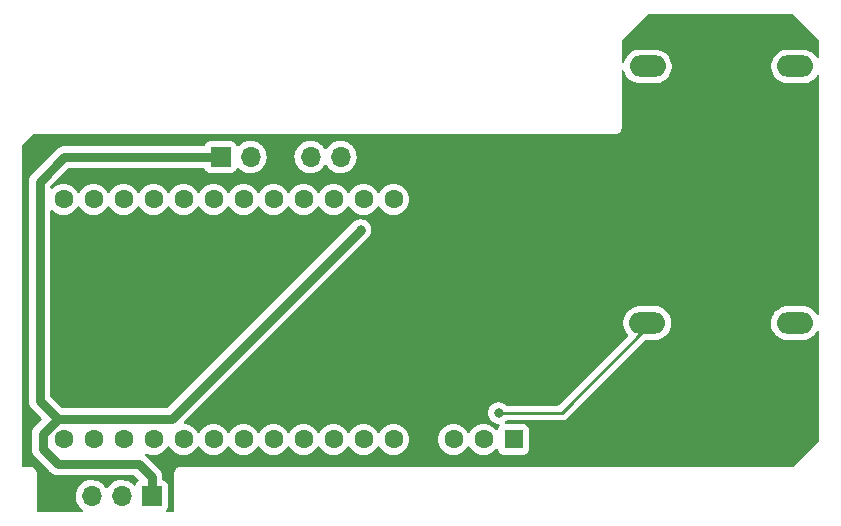
<source format=gbr>
G04 #@! TF.GenerationSoftware,KiCad,Pcbnew,(6.0.7-1)-1*
G04 #@! TF.CreationDate,2022-11-28T10:58:20-05:00*
G04 #@! TF.ProjectId,ebike_LED,6562696b-655f-44c4-9544-2e6b69636164,rev?*
G04 #@! TF.SameCoordinates,Original*
G04 #@! TF.FileFunction,Copper,L2,Bot*
G04 #@! TF.FilePolarity,Positive*
%FSLAX46Y46*%
G04 Gerber Fmt 4.6, Leading zero omitted, Abs format (unit mm)*
G04 Created by KiCad (PCBNEW (6.0.7-1)-1) date 2022-11-28 10:58:20*
%MOMM*%
%LPD*%
G01*
G04 APERTURE LIST*
G04 #@! TA.AperFunction,ComponentPad*
%ADD10R,1.700000X1.700000*%
G04 #@! TD*
G04 #@! TA.AperFunction,ComponentPad*
%ADD11O,1.700000X1.700000*%
G04 #@! TD*
G04 #@! TA.AperFunction,ComponentPad*
%ADD12O,3.048000X1.850000*%
G04 #@! TD*
G04 #@! TA.AperFunction,ComponentPad*
%ADD13R,1.600000X1.600000*%
G04 #@! TD*
G04 #@! TA.AperFunction,ComponentPad*
%ADD14C,1.600000*%
G04 #@! TD*
G04 #@! TA.AperFunction,ViaPad*
%ADD15C,0.800000*%
G04 #@! TD*
G04 #@! TA.AperFunction,Conductor*
%ADD16C,0.800000*%
G04 #@! TD*
G04 #@! TA.AperFunction,Conductor*
%ADD17C,0.250000*%
G04 #@! TD*
G04 APERTURE END LIST*
D10*
X59791600Y-66725800D03*
D11*
X57251600Y-66725800D03*
X54711600Y-66725800D03*
X52171600Y-66725800D03*
D10*
X65619321Y-38021200D03*
D11*
X68159321Y-38021200D03*
X70699321Y-38021200D03*
X73239321Y-38021200D03*
X75779321Y-38021200D03*
D12*
X114260000Y-52070000D03*
X101760000Y-52070000D03*
X101760000Y-57070000D03*
X114260000Y-57070000D03*
X101790000Y-30350000D03*
X114290000Y-30350000D03*
X114290000Y-35350000D03*
X101790000Y-35350000D03*
D13*
X90424000Y-61925200D03*
D14*
X87884000Y-61925200D03*
X85344000Y-61925200D03*
X82804000Y-61925200D03*
X80264000Y-61925200D03*
X77724000Y-61925200D03*
X75184000Y-61925200D03*
X72644000Y-61925200D03*
X70104000Y-61925200D03*
X67564000Y-61925200D03*
X65024000Y-61925200D03*
X62484000Y-61925200D03*
X59944000Y-61925200D03*
X57404000Y-61925200D03*
X54864000Y-61925200D03*
X52324000Y-61925200D03*
X52324000Y-41605200D03*
X54864000Y-41605200D03*
X57404000Y-41605200D03*
X59944000Y-41605200D03*
X62484000Y-41605200D03*
X65024000Y-41605200D03*
X67564000Y-41605200D03*
X70104000Y-41605200D03*
X72644000Y-41605200D03*
X75184000Y-41605200D03*
X77724000Y-41605200D03*
X80264000Y-41605200D03*
D15*
X77470000Y-44196000D03*
X89154000Y-59690000D03*
D16*
X50292000Y-58674000D02*
X50292000Y-40132000D01*
X58674000Y-64008000D02*
X59791600Y-65125600D01*
X52402800Y-38021200D02*
X65619321Y-38021200D01*
X51816000Y-60198000D02*
X50292000Y-58674000D01*
X61468000Y-60198000D02*
X51816000Y-60198000D01*
X59791600Y-65125600D02*
X59791600Y-66725800D01*
X50292000Y-40132000D02*
X52402800Y-38021200D01*
X51816000Y-64008000D02*
X58674000Y-64008000D01*
X51816000Y-60198000D02*
X50546000Y-61468000D01*
X50546000Y-62738000D02*
X51816000Y-64008000D01*
X50546000Y-61468000D02*
X50546000Y-62738000D01*
X77470000Y-44196000D02*
X61468000Y-60198000D01*
D17*
X101760000Y-52070000D02*
X101760000Y-52418000D01*
X101760000Y-52418000D02*
X94488000Y-59690000D01*
X94488000Y-59690000D02*
X89154000Y-59690000D01*
G04 #@! TA.AperFunction,Conductor*
G36*
X114105304Y-25928502D02*
G01*
X114126278Y-25945405D01*
X116294595Y-28113723D01*
X116328621Y-28176035D01*
X116331500Y-28202818D01*
X116331500Y-29505940D01*
X116311498Y-29574061D01*
X116257842Y-29620554D01*
X116187568Y-29630658D01*
X116122988Y-29601164D01*
X116104740Y-29581593D01*
X116103070Y-29579368D01*
X115964642Y-29395000D01*
X115794223Y-29232143D01*
X115599492Y-29099307D01*
X115594808Y-29097133D01*
X115594805Y-29097131D01*
X115390372Y-29002236D01*
X115390367Y-29002234D01*
X115385681Y-29000059D01*
X115158532Y-28937065D01*
X115153395Y-28936516D01*
X114969437Y-28916856D01*
X114969429Y-28916856D01*
X114966102Y-28916500D01*
X113631243Y-28916500D01*
X113628670Y-28916712D01*
X113628659Y-28916712D01*
X113461221Y-28930478D01*
X113461215Y-28930479D01*
X113456070Y-28930902D01*
X113227449Y-28988327D01*
X113011277Y-29082322D01*
X112813359Y-29210360D01*
X112809536Y-29213839D01*
X112809533Y-29213841D01*
X112785495Y-29235714D01*
X112639011Y-29369005D01*
X112635812Y-29373056D01*
X112635808Y-29373060D01*
X112496117Y-29549939D01*
X112492915Y-29553994D01*
X112378995Y-29760361D01*
X112377271Y-29765230D01*
X112377269Y-29765234D01*
X112328167Y-29903895D01*
X112300309Y-29982564D01*
X112299402Y-29987657D01*
X112299401Y-29987660D01*
X112295113Y-30011736D01*
X112258971Y-30214633D01*
X112256091Y-30450339D01*
X112291747Y-30683349D01*
X112364980Y-30907407D01*
X112473825Y-31116496D01*
X112476928Y-31120629D01*
X112476930Y-31120632D01*
X112612253Y-31300865D01*
X112615358Y-31305000D01*
X112785777Y-31467857D01*
X112980508Y-31600693D01*
X112985192Y-31602867D01*
X112985195Y-31602869D01*
X113189628Y-31697764D01*
X113189633Y-31697766D01*
X113194319Y-31699941D01*
X113421468Y-31762935D01*
X113426605Y-31763484D01*
X113610563Y-31783144D01*
X113610571Y-31783144D01*
X113613898Y-31783500D01*
X114948757Y-31783500D01*
X114951330Y-31783288D01*
X114951341Y-31783288D01*
X115118779Y-31769522D01*
X115118785Y-31769521D01*
X115123930Y-31769098D01*
X115352551Y-31711673D01*
X115568723Y-31617678D01*
X115766641Y-31489640D01*
X115790581Y-31467857D01*
X115937167Y-31334473D01*
X115937168Y-31334471D01*
X115940989Y-31330995D01*
X115944188Y-31326944D01*
X115944192Y-31326940D01*
X116083883Y-31150061D01*
X116083885Y-31150057D01*
X116087085Y-31146006D01*
X116095192Y-31131320D01*
X116145624Y-31081351D01*
X116215067Y-31066579D01*
X116281472Y-31091695D01*
X116323757Y-31148726D01*
X116331500Y-31192215D01*
X116331500Y-51279060D01*
X116311498Y-51347181D01*
X116257842Y-51393674D01*
X116187568Y-51403778D01*
X116122988Y-51374284D01*
X116093737Y-51337241D01*
X116078561Y-51308088D01*
X116076175Y-51303504D01*
X116057415Y-51278517D01*
X115937747Y-51119135D01*
X115937745Y-51119132D01*
X115934642Y-51115000D01*
X115764223Y-50952143D01*
X115569492Y-50819307D01*
X115564808Y-50817133D01*
X115564805Y-50817131D01*
X115360372Y-50722236D01*
X115360367Y-50722234D01*
X115355681Y-50720059D01*
X115128532Y-50657065D01*
X115123395Y-50656516D01*
X114939437Y-50636856D01*
X114939429Y-50636856D01*
X114936102Y-50636500D01*
X113601243Y-50636500D01*
X113598670Y-50636712D01*
X113598659Y-50636712D01*
X113431221Y-50650478D01*
X113431215Y-50650479D01*
X113426070Y-50650902D01*
X113197449Y-50708327D01*
X112981277Y-50802322D01*
X112783359Y-50930360D01*
X112779536Y-50933839D01*
X112779533Y-50933841D01*
X112755495Y-50955714D01*
X112609011Y-51089005D01*
X112605812Y-51093056D01*
X112605808Y-51093060D01*
X112466117Y-51269939D01*
X112462915Y-51273994D01*
X112348995Y-51480361D01*
X112347271Y-51485230D01*
X112347269Y-51485234D01*
X112272035Y-51697689D01*
X112270309Y-51702564D01*
X112269402Y-51707657D01*
X112269401Y-51707660D01*
X112265113Y-51731736D01*
X112228971Y-51934633D01*
X112226091Y-52170339D01*
X112261747Y-52403349D01*
X112334980Y-52627407D01*
X112443825Y-52836496D01*
X112446928Y-52840629D01*
X112446930Y-52840632D01*
X112582253Y-53020865D01*
X112585358Y-53025000D01*
X112755777Y-53187857D01*
X112950508Y-53320693D01*
X112955192Y-53322867D01*
X112955195Y-53322869D01*
X113159628Y-53417764D01*
X113159633Y-53417766D01*
X113164319Y-53419941D01*
X113391468Y-53482935D01*
X113396605Y-53483484D01*
X113580563Y-53503144D01*
X113580571Y-53503144D01*
X113583898Y-53503500D01*
X114918757Y-53503500D01*
X114921330Y-53503288D01*
X114921341Y-53503288D01*
X115088779Y-53489522D01*
X115088785Y-53489521D01*
X115093930Y-53489098D01*
X115322551Y-53431673D01*
X115538723Y-53337678D01*
X115736641Y-53209640D01*
X115760581Y-53187857D01*
X115907167Y-53054473D01*
X115907168Y-53054471D01*
X115910989Y-53050995D01*
X115914188Y-53046944D01*
X115914192Y-53046940D01*
X116053883Y-52870061D01*
X116053885Y-52870057D01*
X116057085Y-52866006D01*
X116095192Y-52796975D01*
X116145624Y-52747006D01*
X116215067Y-52732234D01*
X116281472Y-52757350D01*
X116323757Y-52814381D01*
X116331500Y-52857870D01*
X116331500Y-61967182D01*
X116311498Y-62035303D01*
X116294595Y-62056277D01*
X114126278Y-64224595D01*
X114063966Y-64258620D01*
X114037183Y-64261500D01*
X62238623Y-64261500D01*
X62237853Y-64261498D01*
X62237037Y-64261493D01*
X62160279Y-64261024D01*
X62137918Y-64267415D01*
X62131847Y-64269150D01*
X62115085Y-64272728D01*
X62085813Y-64276920D01*
X62077645Y-64280634D01*
X62077644Y-64280634D01*
X62062438Y-64287548D01*
X62044914Y-64293996D01*
X62020229Y-64301051D01*
X62012635Y-64305843D01*
X62012632Y-64305844D01*
X61995220Y-64316830D01*
X61980137Y-64324969D01*
X61953218Y-64337208D01*
X61946416Y-64343069D01*
X61933765Y-64353970D01*
X61918761Y-64365073D01*
X61897042Y-64378776D01*
X61891103Y-64385501D01*
X61891099Y-64385504D01*
X61877468Y-64400938D01*
X61865276Y-64412982D01*
X61849673Y-64426427D01*
X61849671Y-64426430D01*
X61842873Y-64432287D01*
X61837993Y-64439816D01*
X61837992Y-64439817D01*
X61828906Y-64453835D01*
X61817615Y-64468709D01*
X61806569Y-64481217D01*
X61800622Y-64487951D01*
X61788146Y-64514523D01*
X61788058Y-64514711D01*
X61779737Y-64529691D01*
X61768529Y-64546983D01*
X61768527Y-64546988D01*
X61763648Y-64554515D01*
X61761078Y-64563108D01*
X61761076Y-64563113D01*
X61756289Y-64579120D01*
X61749628Y-64596564D01*
X61743589Y-64609427D01*
X61738719Y-64619800D01*
X61737338Y-64628667D01*
X61737338Y-64628668D01*
X61734170Y-64649015D01*
X61730387Y-64665732D01*
X61724485Y-64685466D01*
X61724484Y-64685472D01*
X61721914Y-64694066D01*
X61721859Y-64703037D01*
X61721859Y-64703038D01*
X61721704Y-64728497D01*
X61721671Y-64729289D01*
X61721500Y-64730386D01*
X61721500Y-64761377D01*
X61721498Y-64762147D01*
X61721278Y-64798230D01*
X61721024Y-64839721D01*
X61721408Y-64841065D01*
X61721500Y-64842410D01*
X61721500Y-67945500D01*
X61701498Y-68013621D01*
X61647842Y-68060114D01*
X61595500Y-68071500D01*
X61157494Y-68071500D01*
X61089373Y-68051498D01*
X61042880Y-67997842D01*
X61032776Y-67927568D01*
X61056668Y-67869935D01*
X61092215Y-67822505D01*
X61143345Y-67686116D01*
X61150100Y-67623934D01*
X61150100Y-65827666D01*
X61143345Y-65765484D01*
X61092215Y-65629095D01*
X61004861Y-65512539D01*
X60888305Y-65425185D01*
X60842115Y-65407869D01*
X60781870Y-65385284D01*
X60725106Y-65342642D01*
X60700406Y-65276081D01*
X60700100Y-65267302D01*
X60700100Y-65207017D01*
X60701651Y-65187305D01*
X60702820Y-65179925D01*
X60703852Y-65173410D01*
X60703023Y-65157575D01*
X60700273Y-65105119D01*
X60700100Y-65098525D01*
X60700100Y-65077990D01*
X60697953Y-65057560D01*
X60697436Y-65050985D01*
X60694203Y-64989296D01*
X60694203Y-64989295D01*
X60693857Y-64982696D01*
X60690216Y-64969108D01*
X60686612Y-64949661D01*
X60685833Y-64942244D01*
X60685832Y-64942240D01*
X60685142Y-64935672D01*
X60664002Y-64870609D01*
X60662129Y-64864285D01*
X60646139Y-64804610D01*
X60646138Y-64804606D01*
X60644429Y-64798230D01*
X60638040Y-64785692D01*
X60630475Y-64767426D01*
X60628169Y-64760328D01*
X60628168Y-64760326D01*
X60626127Y-64754044D01*
X60591931Y-64694815D01*
X60588785Y-64689021D01*
X60580034Y-64671847D01*
X60557729Y-64628070D01*
X60548873Y-64617133D01*
X60537673Y-64600837D01*
X60533943Y-64594376D01*
X60533940Y-64594372D01*
X60530640Y-64588656D01*
X60526223Y-64583750D01*
X60526219Y-64583745D01*
X60484878Y-64537831D01*
X60480594Y-64532816D01*
X60469748Y-64519423D01*
X60467672Y-64516859D01*
X60453157Y-64502344D01*
X60448616Y-64497559D01*
X60407273Y-64451643D01*
X60402853Y-64446734D01*
X60391465Y-64438460D01*
X60376432Y-64425619D01*
X59373981Y-63423168D01*
X59361140Y-63408135D01*
X59356746Y-63402087D01*
X59356745Y-63402086D01*
X59352866Y-63396747D01*
X59302041Y-63350984D01*
X59297256Y-63346443D01*
X59282741Y-63331928D01*
X59282927Y-63331742D01*
X59246502Y-63272608D01*
X59247860Y-63201624D01*
X59287379Y-63142643D01*
X59352512Y-63114390D01*
X59421305Y-63125233D01*
X59485508Y-63155171D01*
X59494757Y-63159484D01*
X59500065Y-63160906D01*
X59500067Y-63160907D01*
X59710598Y-63217319D01*
X59710600Y-63217319D01*
X59715913Y-63218743D01*
X59944000Y-63238698D01*
X60172087Y-63218743D01*
X60177400Y-63217319D01*
X60177402Y-63217319D01*
X60387933Y-63160907D01*
X60387935Y-63160906D01*
X60393243Y-63159484D01*
X60398225Y-63157161D01*
X60595762Y-63065049D01*
X60595767Y-63065046D01*
X60600749Y-63062723D01*
X60753782Y-62955568D01*
X60783789Y-62934557D01*
X60783792Y-62934555D01*
X60788300Y-62931398D01*
X60950198Y-62769500D01*
X60957915Y-62758480D01*
X61022319Y-62666501D01*
X61081523Y-62581949D01*
X61083846Y-62576967D01*
X61083849Y-62576962D01*
X61099805Y-62542743D01*
X61146722Y-62489458D01*
X61214999Y-62469997D01*
X61282959Y-62490539D01*
X61328195Y-62542743D01*
X61344151Y-62576962D01*
X61344154Y-62576967D01*
X61346477Y-62581949D01*
X61405681Y-62666501D01*
X61470086Y-62758480D01*
X61477802Y-62769500D01*
X61639700Y-62931398D01*
X61644208Y-62934555D01*
X61644211Y-62934557D01*
X61674218Y-62955568D01*
X61827251Y-63062723D01*
X61832233Y-63065046D01*
X61832238Y-63065049D01*
X62029775Y-63157161D01*
X62034757Y-63159484D01*
X62040065Y-63160906D01*
X62040067Y-63160907D01*
X62250598Y-63217319D01*
X62250600Y-63217319D01*
X62255913Y-63218743D01*
X62484000Y-63238698D01*
X62712087Y-63218743D01*
X62717400Y-63217319D01*
X62717402Y-63217319D01*
X62927933Y-63160907D01*
X62927935Y-63160906D01*
X62933243Y-63159484D01*
X62938225Y-63157161D01*
X63135762Y-63065049D01*
X63135767Y-63065046D01*
X63140749Y-63062723D01*
X63293782Y-62955568D01*
X63323789Y-62934557D01*
X63323792Y-62934555D01*
X63328300Y-62931398D01*
X63490198Y-62769500D01*
X63497915Y-62758480D01*
X63562319Y-62666501D01*
X63621523Y-62581949D01*
X63623846Y-62576967D01*
X63623849Y-62576962D01*
X63639805Y-62542743D01*
X63686722Y-62489458D01*
X63754999Y-62469997D01*
X63822959Y-62490539D01*
X63868195Y-62542743D01*
X63884151Y-62576962D01*
X63884154Y-62576967D01*
X63886477Y-62581949D01*
X63945681Y-62666501D01*
X64010086Y-62758480D01*
X64017802Y-62769500D01*
X64179700Y-62931398D01*
X64184208Y-62934555D01*
X64184211Y-62934557D01*
X64214218Y-62955568D01*
X64367251Y-63062723D01*
X64372233Y-63065046D01*
X64372238Y-63065049D01*
X64569775Y-63157161D01*
X64574757Y-63159484D01*
X64580065Y-63160906D01*
X64580067Y-63160907D01*
X64790598Y-63217319D01*
X64790600Y-63217319D01*
X64795913Y-63218743D01*
X65024000Y-63238698D01*
X65252087Y-63218743D01*
X65257400Y-63217319D01*
X65257402Y-63217319D01*
X65467933Y-63160907D01*
X65467935Y-63160906D01*
X65473243Y-63159484D01*
X65478225Y-63157161D01*
X65675762Y-63065049D01*
X65675767Y-63065046D01*
X65680749Y-63062723D01*
X65833782Y-62955568D01*
X65863789Y-62934557D01*
X65863792Y-62934555D01*
X65868300Y-62931398D01*
X66030198Y-62769500D01*
X66037915Y-62758480D01*
X66102319Y-62666501D01*
X66161523Y-62581949D01*
X66163846Y-62576967D01*
X66163849Y-62576962D01*
X66179805Y-62542743D01*
X66226722Y-62489458D01*
X66294999Y-62469997D01*
X66362959Y-62490539D01*
X66408195Y-62542743D01*
X66424151Y-62576962D01*
X66424154Y-62576967D01*
X66426477Y-62581949D01*
X66485681Y-62666501D01*
X66550086Y-62758480D01*
X66557802Y-62769500D01*
X66719700Y-62931398D01*
X66724208Y-62934555D01*
X66724211Y-62934557D01*
X66754218Y-62955568D01*
X66907251Y-63062723D01*
X66912233Y-63065046D01*
X66912238Y-63065049D01*
X67109775Y-63157161D01*
X67114757Y-63159484D01*
X67120065Y-63160906D01*
X67120067Y-63160907D01*
X67330598Y-63217319D01*
X67330600Y-63217319D01*
X67335913Y-63218743D01*
X67564000Y-63238698D01*
X67792087Y-63218743D01*
X67797400Y-63217319D01*
X67797402Y-63217319D01*
X68007933Y-63160907D01*
X68007935Y-63160906D01*
X68013243Y-63159484D01*
X68018225Y-63157161D01*
X68215762Y-63065049D01*
X68215767Y-63065046D01*
X68220749Y-63062723D01*
X68373782Y-62955568D01*
X68403789Y-62934557D01*
X68403792Y-62934555D01*
X68408300Y-62931398D01*
X68570198Y-62769500D01*
X68577915Y-62758480D01*
X68642319Y-62666501D01*
X68701523Y-62581949D01*
X68703846Y-62576967D01*
X68703849Y-62576962D01*
X68719805Y-62542743D01*
X68766722Y-62489458D01*
X68834999Y-62469997D01*
X68902959Y-62490539D01*
X68948195Y-62542743D01*
X68964151Y-62576962D01*
X68964154Y-62576967D01*
X68966477Y-62581949D01*
X69025681Y-62666501D01*
X69090086Y-62758480D01*
X69097802Y-62769500D01*
X69259700Y-62931398D01*
X69264208Y-62934555D01*
X69264211Y-62934557D01*
X69294218Y-62955568D01*
X69447251Y-63062723D01*
X69452233Y-63065046D01*
X69452238Y-63065049D01*
X69649775Y-63157161D01*
X69654757Y-63159484D01*
X69660065Y-63160906D01*
X69660067Y-63160907D01*
X69870598Y-63217319D01*
X69870600Y-63217319D01*
X69875913Y-63218743D01*
X70104000Y-63238698D01*
X70332087Y-63218743D01*
X70337400Y-63217319D01*
X70337402Y-63217319D01*
X70547933Y-63160907D01*
X70547935Y-63160906D01*
X70553243Y-63159484D01*
X70558225Y-63157161D01*
X70755762Y-63065049D01*
X70755767Y-63065046D01*
X70760749Y-63062723D01*
X70913782Y-62955568D01*
X70943789Y-62934557D01*
X70943792Y-62934555D01*
X70948300Y-62931398D01*
X71110198Y-62769500D01*
X71117915Y-62758480D01*
X71182319Y-62666501D01*
X71241523Y-62581949D01*
X71243846Y-62576967D01*
X71243849Y-62576962D01*
X71259805Y-62542743D01*
X71306722Y-62489458D01*
X71374999Y-62469997D01*
X71442959Y-62490539D01*
X71488195Y-62542743D01*
X71504151Y-62576962D01*
X71504154Y-62576967D01*
X71506477Y-62581949D01*
X71565681Y-62666501D01*
X71630086Y-62758480D01*
X71637802Y-62769500D01*
X71799700Y-62931398D01*
X71804208Y-62934555D01*
X71804211Y-62934557D01*
X71834218Y-62955568D01*
X71987251Y-63062723D01*
X71992233Y-63065046D01*
X71992238Y-63065049D01*
X72189775Y-63157161D01*
X72194757Y-63159484D01*
X72200065Y-63160906D01*
X72200067Y-63160907D01*
X72410598Y-63217319D01*
X72410600Y-63217319D01*
X72415913Y-63218743D01*
X72644000Y-63238698D01*
X72872087Y-63218743D01*
X72877400Y-63217319D01*
X72877402Y-63217319D01*
X73087933Y-63160907D01*
X73087935Y-63160906D01*
X73093243Y-63159484D01*
X73098225Y-63157161D01*
X73295762Y-63065049D01*
X73295767Y-63065046D01*
X73300749Y-63062723D01*
X73453782Y-62955568D01*
X73483789Y-62934557D01*
X73483792Y-62934555D01*
X73488300Y-62931398D01*
X73650198Y-62769500D01*
X73657915Y-62758480D01*
X73722319Y-62666501D01*
X73781523Y-62581949D01*
X73783846Y-62576967D01*
X73783849Y-62576962D01*
X73799805Y-62542743D01*
X73846722Y-62489458D01*
X73914999Y-62469997D01*
X73982959Y-62490539D01*
X74028195Y-62542743D01*
X74044151Y-62576962D01*
X74044154Y-62576967D01*
X74046477Y-62581949D01*
X74105681Y-62666501D01*
X74170086Y-62758480D01*
X74177802Y-62769500D01*
X74339700Y-62931398D01*
X74344208Y-62934555D01*
X74344211Y-62934557D01*
X74374218Y-62955568D01*
X74527251Y-63062723D01*
X74532233Y-63065046D01*
X74532238Y-63065049D01*
X74729775Y-63157161D01*
X74734757Y-63159484D01*
X74740065Y-63160906D01*
X74740067Y-63160907D01*
X74950598Y-63217319D01*
X74950600Y-63217319D01*
X74955913Y-63218743D01*
X75184000Y-63238698D01*
X75412087Y-63218743D01*
X75417400Y-63217319D01*
X75417402Y-63217319D01*
X75627933Y-63160907D01*
X75627935Y-63160906D01*
X75633243Y-63159484D01*
X75638225Y-63157161D01*
X75835762Y-63065049D01*
X75835767Y-63065046D01*
X75840749Y-63062723D01*
X75993782Y-62955568D01*
X76023789Y-62934557D01*
X76023792Y-62934555D01*
X76028300Y-62931398D01*
X76190198Y-62769500D01*
X76197915Y-62758480D01*
X76262319Y-62666501D01*
X76321523Y-62581949D01*
X76323846Y-62576967D01*
X76323849Y-62576962D01*
X76339805Y-62542743D01*
X76386722Y-62489458D01*
X76454999Y-62469997D01*
X76522959Y-62490539D01*
X76568195Y-62542743D01*
X76584151Y-62576962D01*
X76584154Y-62576967D01*
X76586477Y-62581949D01*
X76645681Y-62666501D01*
X76710086Y-62758480D01*
X76717802Y-62769500D01*
X76879700Y-62931398D01*
X76884208Y-62934555D01*
X76884211Y-62934557D01*
X76914218Y-62955568D01*
X77067251Y-63062723D01*
X77072233Y-63065046D01*
X77072238Y-63065049D01*
X77269775Y-63157161D01*
X77274757Y-63159484D01*
X77280065Y-63160906D01*
X77280067Y-63160907D01*
X77490598Y-63217319D01*
X77490600Y-63217319D01*
X77495913Y-63218743D01*
X77724000Y-63238698D01*
X77952087Y-63218743D01*
X77957400Y-63217319D01*
X77957402Y-63217319D01*
X78167933Y-63160907D01*
X78167935Y-63160906D01*
X78173243Y-63159484D01*
X78178225Y-63157161D01*
X78375762Y-63065049D01*
X78375767Y-63065046D01*
X78380749Y-63062723D01*
X78533782Y-62955568D01*
X78563789Y-62934557D01*
X78563792Y-62934555D01*
X78568300Y-62931398D01*
X78730198Y-62769500D01*
X78737915Y-62758480D01*
X78802319Y-62666501D01*
X78861523Y-62581949D01*
X78863846Y-62576967D01*
X78863849Y-62576962D01*
X78879805Y-62542743D01*
X78926722Y-62489458D01*
X78994999Y-62469997D01*
X79062959Y-62490539D01*
X79108195Y-62542743D01*
X79124151Y-62576962D01*
X79124154Y-62576967D01*
X79126477Y-62581949D01*
X79185681Y-62666501D01*
X79250086Y-62758480D01*
X79257802Y-62769500D01*
X79419700Y-62931398D01*
X79424208Y-62934555D01*
X79424211Y-62934557D01*
X79454218Y-62955568D01*
X79607251Y-63062723D01*
X79612233Y-63065046D01*
X79612238Y-63065049D01*
X79809775Y-63157161D01*
X79814757Y-63159484D01*
X79820065Y-63160906D01*
X79820067Y-63160907D01*
X80030598Y-63217319D01*
X80030600Y-63217319D01*
X80035913Y-63218743D01*
X80264000Y-63238698D01*
X80492087Y-63218743D01*
X80497400Y-63217319D01*
X80497402Y-63217319D01*
X80707933Y-63160907D01*
X80707935Y-63160906D01*
X80713243Y-63159484D01*
X80718225Y-63157161D01*
X80915762Y-63065049D01*
X80915767Y-63065046D01*
X80920749Y-63062723D01*
X81073782Y-62955568D01*
X81103789Y-62934557D01*
X81103792Y-62934555D01*
X81108300Y-62931398D01*
X81270198Y-62769500D01*
X81277915Y-62758480D01*
X81342319Y-62666501D01*
X81401523Y-62581949D01*
X81403846Y-62576967D01*
X81403849Y-62576962D01*
X81495961Y-62379425D01*
X81495961Y-62379424D01*
X81498284Y-62374443D01*
X81507429Y-62340316D01*
X81556119Y-62158602D01*
X81556119Y-62158600D01*
X81557543Y-62153287D01*
X81577498Y-61925200D01*
X84030502Y-61925200D01*
X84050457Y-62153287D01*
X84051881Y-62158600D01*
X84051881Y-62158602D01*
X84100572Y-62340316D01*
X84109716Y-62374443D01*
X84112039Y-62379424D01*
X84112039Y-62379425D01*
X84204151Y-62576962D01*
X84204154Y-62576967D01*
X84206477Y-62581949D01*
X84265681Y-62666501D01*
X84330086Y-62758480D01*
X84337802Y-62769500D01*
X84499700Y-62931398D01*
X84504208Y-62934555D01*
X84504211Y-62934557D01*
X84534218Y-62955568D01*
X84687251Y-63062723D01*
X84692233Y-63065046D01*
X84692238Y-63065049D01*
X84889775Y-63157161D01*
X84894757Y-63159484D01*
X84900065Y-63160906D01*
X84900067Y-63160907D01*
X85110598Y-63217319D01*
X85110600Y-63217319D01*
X85115913Y-63218743D01*
X85344000Y-63238698D01*
X85572087Y-63218743D01*
X85577400Y-63217319D01*
X85577402Y-63217319D01*
X85787933Y-63160907D01*
X85787935Y-63160906D01*
X85793243Y-63159484D01*
X85798225Y-63157161D01*
X85995762Y-63065049D01*
X85995767Y-63065046D01*
X86000749Y-63062723D01*
X86153782Y-62955568D01*
X86183789Y-62934557D01*
X86183792Y-62934555D01*
X86188300Y-62931398D01*
X86350198Y-62769500D01*
X86357915Y-62758480D01*
X86422319Y-62666501D01*
X86481523Y-62581949D01*
X86483846Y-62576967D01*
X86483849Y-62576962D01*
X86499805Y-62542743D01*
X86546722Y-62489458D01*
X86614999Y-62469997D01*
X86682959Y-62490539D01*
X86728195Y-62542743D01*
X86744151Y-62576962D01*
X86744154Y-62576967D01*
X86746477Y-62581949D01*
X86805681Y-62666501D01*
X86870086Y-62758480D01*
X86877802Y-62769500D01*
X87039700Y-62931398D01*
X87044208Y-62934555D01*
X87044211Y-62934557D01*
X87074218Y-62955568D01*
X87227251Y-63062723D01*
X87232233Y-63065046D01*
X87232238Y-63065049D01*
X87429775Y-63157161D01*
X87434757Y-63159484D01*
X87440065Y-63160906D01*
X87440067Y-63160907D01*
X87650598Y-63217319D01*
X87650600Y-63217319D01*
X87655913Y-63218743D01*
X87884000Y-63238698D01*
X88112087Y-63218743D01*
X88117400Y-63217319D01*
X88117402Y-63217319D01*
X88327933Y-63160907D01*
X88327935Y-63160906D01*
X88333243Y-63159484D01*
X88338225Y-63157161D01*
X88535762Y-63065049D01*
X88535767Y-63065046D01*
X88540749Y-63062723D01*
X88693782Y-62955568D01*
X88723789Y-62934557D01*
X88723792Y-62934555D01*
X88728300Y-62931398D01*
X88890198Y-62769500D01*
X88893357Y-62764989D01*
X88896892Y-62760776D01*
X88898026Y-62761727D01*
X88948071Y-62721729D01*
X89018690Y-62714424D01*
X89082049Y-62746458D01*
X89118030Y-62807662D01*
X89121082Y-62824717D01*
X89122255Y-62835516D01*
X89173385Y-62971905D01*
X89260739Y-63088461D01*
X89377295Y-63175815D01*
X89513684Y-63226945D01*
X89575866Y-63233700D01*
X91272134Y-63233700D01*
X91334316Y-63226945D01*
X91470705Y-63175815D01*
X91587261Y-63088461D01*
X91674615Y-62971905D01*
X91725745Y-62835516D01*
X91732500Y-62773334D01*
X91732500Y-61077066D01*
X91725745Y-61014884D01*
X91674615Y-60878495D01*
X91587261Y-60761939D01*
X91470705Y-60674585D01*
X91334316Y-60623455D01*
X91272134Y-60616700D01*
X89811927Y-60616700D01*
X89743806Y-60596698D01*
X89697313Y-60543042D01*
X89687209Y-60472768D01*
X89716703Y-60408188D01*
X89737866Y-60388764D01*
X89755318Y-60376084D01*
X89765253Y-60368866D01*
X89769668Y-60363963D01*
X89774580Y-60359540D01*
X89775705Y-60360789D01*
X89829014Y-60327949D01*
X89862200Y-60323500D01*
X94409233Y-60323500D01*
X94420416Y-60324027D01*
X94427909Y-60325702D01*
X94435835Y-60325453D01*
X94435836Y-60325453D01*
X94495986Y-60323562D01*
X94499945Y-60323500D01*
X94527856Y-60323500D01*
X94531791Y-60323003D01*
X94531856Y-60322995D01*
X94543693Y-60322062D01*
X94575951Y-60321048D01*
X94579970Y-60320922D01*
X94587889Y-60320673D01*
X94607343Y-60315021D01*
X94626700Y-60311013D01*
X94638930Y-60309468D01*
X94638931Y-60309468D01*
X94646797Y-60308474D01*
X94654168Y-60305555D01*
X94654170Y-60305555D01*
X94687912Y-60292196D01*
X94699142Y-60288351D01*
X94733983Y-60278229D01*
X94733984Y-60278229D01*
X94741593Y-60276018D01*
X94748412Y-60271985D01*
X94748417Y-60271983D01*
X94759028Y-60265707D01*
X94776776Y-60257012D01*
X94795617Y-60249552D01*
X94831387Y-60223564D01*
X94841307Y-60217048D01*
X94872535Y-60198580D01*
X94872538Y-60198578D01*
X94879362Y-60194542D01*
X94893683Y-60180221D01*
X94908717Y-60167380D01*
X94918694Y-60160131D01*
X94925107Y-60155472D01*
X94953298Y-60121395D01*
X94961288Y-60112616D01*
X101533500Y-53540405D01*
X101595812Y-53506379D01*
X101622595Y-53503500D01*
X102418757Y-53503500D01*
X102421330Y-53503288D01*
X102421341Y-53503288D01*
X102588779Y-53489522D01*
X102588785Y-53489521D01*
X102593930Y-53489098D01*
X102822551Y-53431673D01*
X103038723Y-53337678D01*
X103236641Y-53209640D01*
X103260581Y-53187857D01*
X103407167Y-53054473D01*
X103407168Y-53054471D01*
X103410989Y-53050995D01*
X103414188Y-53046944D01*
X103414192Y-53046940D01*
X103553883Y-52870061D01*
X103553885Y-52870057D01*
X103557085Y-52866006D01*
X103671005Y-52659639D01*
X103680794Y-52631998D01*
X103747965Y-52442311D01*
X103747966Y-52442307D01*
X103749691Y-52437436D01*
X103750599Y-52432340D01*
X103790123Y-52210456D01*
X103790124Y-52210450D01*
X103791029Y-52205367D01*
X103793909Y-51969661D01*
X103758253Y-51736651D01*
X103685020Y-51512593D01*
X103576175Y-51303504D01*
X103557415Y-51278517D01*
X103437747Y-51119135D01*
X103437745Y-51119132D01*
X103434642Y-51115000D01*
X103264223Y-50952143D01*
X103069492Y-50819307D01*
X103064808Y-50817133D01*
X103064805Y-50817131D01*
X102860372Y-50722236D01*
X102860367Y-50722234D01*
X102855681Y-50720059D01*
X102628532Y-50657065D01*
X102623395Y-50656516D01*
X102439437Y-50636856D01*
X102439429Y-50636856D01*
X102436102Y-50636500D01*
X101101243Y-50636500D01*
X101098670Y-50636712D01*
X101098659Y-50636712D01*
X100931221Y-50650478D01*
X100931215Y-50650479D01*
X100926070Y-50650902D01*
X100697449Y-50708327D01*
X100481277Y-50802322D01*
X100283359Y-50930360D01*
X100279536Y-50933839D01*
X100279533Y-50933841D01*
X100255495Y-50955714D01*
X100109011Y-51089005D01*
X100105812Y-51093056D01*
X100105808Y-51093060D01*
X99966117Y-51269939D01*
X99962915Y-51273994D01*
X99848995Y-51480361D01*
X99847271Y-51485230D01*
X99847269Y-51485234D01*
X99772035Y-51697689D01*
X99770309Y-51702564D01*
X99769402Y-51707657D01*
X99769401Y-51707660D01*
X99765113Y-51731736D01*
X99728971Y-51934633D01*
X99726091Y-52170339D01*
X99761747Y-52403349D01*
X99834980Y-52627407D01*
X99943825Y-52836496D01*
X99946928Y-52840629D01*
X99946930Y-52840632D01*
X99969026Y-52870061D01*
X100085358Y-53025000D01*
X100087816Y-53027349D01*
X100117864Y-53091105D01*
X100108606Y-53161496D01*
X100082466Y-53199630D01*
X94262500Y-59019595D01*
X94200188Y-59053621D01*
X94173405Y-59056500D01*
X89862200Y-59056500D01*
X89794079Y-59036498D01*
X89774853Y-59020157D01*
X89774580Y-59020460D01*
X89769668Y-59016037D01*
X89765253Y-59011134D01*
X89610752Y-58898882D01*
X89604724Y-58896198D01*
X89604722Y-58896197D01*
X89442319Y-58823891D01*
X89442318Y-58823891D01*
X89436288Y-58821206D01*
X89342887Y-58801353D01*
X89255944Y-58782872D01*
X89255939Y-58782872D01*
X89249487Y-58781500D01*
X89058513Y-58781500D01*
X89052061Y-58782872D01*
X89052056Y-58782872D01*
X88965113Y-58801353D01*
X88871712Y-58821206D01*
X88865682Y-58823891D01*
X88865681Y-58823891D01*
X88703278Y-58896197D01*
X88703276Y-58896198D01*
X88697248Y-58898882D01*
X88542747Y-59011134D01*
X88538326Y-59016044D01*
X88538325Y-59016045D01*
X88504492Y-59053621D01*
X88414960Y-59153056D01*
X88388571Y-59198763D01*
X88341567Y-59280177D01*
X88319473Y-59318444D01*
X88260458Y-59500072D01*
X88240496Y-59690000D01*
X88260458Y-59879928D01*
X88319473Y-60061556D01*
X88414960Y-60226944D01*
X88419378Y-60231851D01*
X88419379Y-60231852D01*
X88501452Y-60323003D01*
X88542747Y-60368866D01*
X88697248Y-60481118D01*
X88703276Y-60483802D01*
X88703278Y-60483803D01*
X88830014Y-60540229D01*
X88871712Y-60558794D01*
X88965113Y-60578647D01*
X89052056Y-60597128D01*
X89052061Y-60597128D01*
X89058513Y-60598500D01*
X89131339Y-60598500D01*
X89199460Y-60618502D01*
X89245953Y-60672158D01*
X89256057Y-60742432D01*
X89232165Y-60800065D01*
X89173385Y-60878495D01*
X89122255Y-61014884D01*
X89121083Y-61025674D01*
X89120197Y-61027806D01*
X89119575Y-61030422D01*
X89119152Y-61030321D01*
X89093845Y-61091235D01*
X89035483Y-61131663D01*
X88964529Y-61134122D01*
X88903510Y-61097829D01*
X88896511Y-61089169D01*
X88893354Y-61085407D01*
X88890198Y-61080900D01*
X88728300Y-60919002D01*
X88723792Y-60915845D01*
X88723789Y-60915843D01*
X88615415Y-60839959D01*
X88540749Y-60787677D01*
X88535767Y-60785354D01*
X88535762Y-60785351D01*
X88338225Y-60693239D01*
X88338224Y-60693239D01*
X88333243Y-60690916D01*
X88327935Y-60689494D01*
X88327933Y-60689493D01*
X88117402Y-60633081D01*
X88117400Y-60633081D01*
X88112087Y-60631657D01*
X87884000Y-60611702D01*
X87655913Y-60631657D01*
X87650600Y-60633081D01*
X87650598Y-60633081D01*
X87440067Y-60689493D01*
X87440065Y-60689494D01*
X87434757Y-60690916D01*
X87429776Y-60693239D01*
X87429775Y-60693239D01*
X87232238Y-60785351D01*
X87232233Y-60785354D01*
X87227251Y-60787677D01*
X87152585Y-60839959D01*
X87044211Y-60915843D01*
X87044208Y-60915845D01*
X87039700Y-60919002D01*
X86877802Y-61080900D01*
X86874645Y-61085408D01*
X86874643Y-61085411D01*
X86844757Y-61128093D01*
X86746477Y-61268451D01*
X86744154Y-61273433D01*
X86744151Y-61273438D01*
X86728195Y-61307657D01*
X86681278Y-61360942D01*
X86613001Y-61380403D01*
X86545041Y-61359861D01*
X86499805Y-61307657D01*
X86483849Y-61273438D01*
X86483846Y-61273433D01*
X86481523Y-61268451D01*
X86383243Y-61128093D01*
X86353357Y-61085411D01*
X86353355Y-61085408D01*
X86350198Y-61080900D01*
X86188300Y-60919002D01*
X86183792Y-60915845D01*
X86183789Y-60915843D01*
X86075415Y-60839959D01*
X86000749Y-60787677D01*
X85995767Y-60785354D01*
X85995762Y-60785351D01*
X85798225Y-60693239D01*
X85798224Y-60693239D01*
X85793243Y-60690916D01*
X85787935Y-60689494D01*
X85787933Y-60689493D01*
X85577402Y-60633081D01*
X85577400Y-60633081D01*
X85572087Y-60631657D01*
X85344000Y-60611702D01*
X85115913Y-60631657D01*
X85110600Y-60633081D01*
X85110598Y-60633081D01*
X84900067Y-60689493D01*
X84900065Y-60689494D01*
X84894757Y-60690916D01*
X84889776Y-60693239D01*
X84889775Y-60693239D01*
X84692238Y-60785351D01*
X84692233Y-60785354D01*
X84687251Y-60787677D01*
X84612585Y-60839959D01*
X84504211Y-60915843D01*
X84504208Y-60915845D01*
X84499700Y-60919002D01*
X84337802Y-61080900D01*
X84334645Y-61085408D01*
X84334643Y-61085411D01*
X84304757Y-61128093D01*
X84206477Y-61268451D01*
X84204154Y-61273433D01*
X84204151Y-61273438D01*
X84122976Y-61447520D01*
X84109716Y-61475957D01*
X84108294Y-61481265D01*
X84108293Y-61481267D01*
X84095314Y-61529705D01*
X84050457Y-61697113D01*
X84030502Y-61925200D01*
X81577498Y-61925200D01*
X81557543Y-61697113D01*
X81512686Y-61529705D01*
X81499707Y-61481267D01*
X81499706Y-61481265D01*
X81498284Y-61475957D01*
X81485024Y-61447520D01*
X81403849Y-61273438D01*
X81403846Y-61273433D01*
X81401523Y-61268451D01*
X81303243Y-61128093D01*
X81273357Y-61085411D01*
X81273355Y-61085408D01*
X81270198Y-61080900D01*
X81108300Y-60919002D01*
X81103792Y-60915845D01*
X81103789Y-60915843D01*
X80995415Y-60839959D01*
X80920749Y-60787677D01*
X80915767Y-60785354D01*
X80915762Y-60785351D01*
X80718225Y-60693239D01*
X80718224Y-60693239D01*
X80713243Y-60690916D01*
X80707935Y-60689494D01*
X80707933Y-60689493D01*
X80497402Y-60633081D01*
X80497400Y-60633081D01*
X80492087Y-60631657D01*
X80264000Y-60611702D01*
X80035913Y-60631657D01*
X80030600Y-60633081D01*
X80030598Y-60633081D01*
X79820067Y-60689493D01*
X79820065Y-60689494D01*
X79814757Y-60690916D01*
X79809776Y-60693239D01*
X79809775Y-60693239D01*
X79612238Y-60785351D01*
X79612233Y-60785354D01*
X79607251Y-60787677D01*
X79532585Y-60839959D01*
X79424211Y-60915843D01*
X79424208Y-60915845D01*
X79419700Y-60919002D01*
X79257802Y-61080900D01*
X79254645Y-61085408D01*
X79254643Y-61085411D01*
X79224757Y-61128093D01*
X79126477Y-61268451D01*
X79124154Y-61273433D01*
X79124151Y-61273438D01*
X79108195Y-61307657D01*
X79061278Y-61360942D01*
X78993001Y-61380403D01*
X78925041Y-61359861D01*
X78879805Y-61307657D01*
X78863849Y-61273438D01*
X78863846Y-61273433D01*
X78861523Y-61268451D01*
X78763243Y-61128093D01*
X78733357Y-61085411D01*
X78733355Y-61085408D01*
X78730198Y-61080900D01*
X78568300Y-60919002D01*
X78563792Y-60915845D01*
X78563789Y-60915843D01*
X78455415Y-60839959D01*
X78380749Y-60787677D01*
X78375767Y-60785354D01*
X78375762Y-60785351D01*
X78178225Y-60693239D01*
X78178224Y-60693239D01*
X78173243Y-60690916D01*
X78167935Y-60689494D01*
X78167933Y-60689493D01*
X77957402Y-60633081D01*
X77957400Y-60633081D01*
X77952087Y-60631657D01*
X77724000Y-60611702D01*
X77495913Y-60631657D01*
X77490600Y-60633081D01*
X77490598Y-60633081D01*
X77280067Y-60689493D01*
X77280065Y-60689494D01*
X77274757Y-60690916D01*
X77269776Y-60693239D01*
X77269775Y-60693239D01*
X77072238Y-60785351D01*
X77072233Y-60785354D01*
X77067251Y-60787677D01*
X76992585Y-60839959D01*
X76884211Y-60915843D01*
X76884208Y-60915845D01*
X76879700Y-60919002D01*
X76717802Y-61080900D01*
X76714645Y-61085408D01*
X76714643Y-61085411D01*
X76684757Y-61128093D01*
X76586477Y-61268451D01*
X76584154Y-61273433D01*
X76584151Y-61273438D01*
X76568195Y-61307657D01*
X76521278Y-61360942D01*
X76453001Y-61380403D01*
X76385041Y-61359861D01*
X76339805Y-61307657D01*
X76323849Y-61273438D01*
X76323846Y-61273433D01*
X76321523Y-61268451D01*
X76223243Y-61128093D01*
X76193357Y-61085411D01*
X76193355Y-61085408D01*
X76190198Y-61080900D01*
X76028300Y-60919002D01*
X76023792Y-60915845D01*
X76023789Y-60915843D01*
X75915415Y-60839959D01*
X75840749Y-60787677D01*
X75835767Y-60785354D01*
X75835762Y-60785351D01*
X75638225Y-60693239D01*
X75638224Y-60693239D01*
X75633243Y-60690916D01*
X75627935Y-60689494D01*
X75627933Y-60689493D01*
X75417402Y-60633081D01*
X75417400Y-60633081D01*
X75412087Y-60631657D01*
X75184000Y-60611702D01*
X74955913Y-60631657D01*
X74950600Y-60633081D01*
X74950598Y-60633081D01*
X74740067Y-60689493D01*
X74740065Y-60689494D01*
X74734757Y-60690916D01*
X74729776Y-60693239D01*
X74729775Y-60693239D01*
X74532238Y-60785351D01*
X74532233Y-60785354D01*
X74527251Y-60787677D01*
X74452585Y-60839959D01*
X74344211Y-60915843D01*
X74344208Y-60915845D01*
X74339700Y-60919002D01*
X74177802Y-61080900D01*
X74174645Y-61085408D01*
X74174643Y-61085411D01*
X74144757Y-61128093D01*
X74046477Y-61268451D01*
X74044154Y-61273433D01*
X74044151Y-61273438D01*
X74028195Y-61307657D01*
X73981278Y-61360942D01*
X73913001Y-61380403D01*
X73845041Y-61359861D01*
X73799805Y-61307657D01*
X73783849Y-61273438D01*
X73783846Y-61273433D01*
X73781523Y-61268451D01*
X73683243Y-61128093D01*
X73653357Y-61085411D01*
X73653355Y-61085408D01*
X73650198Y-61080900D01*
X73488300Y-60919002D01*
X73483792Y-60915845D01*
X73483789Y-60915843D01*
X73375415Y-60839959D01*
X73300749Y-60787677D01*
X73295767Y-60785354D01*
X73295762Y-60785351D01*
X73098225Y-60693239D01*
X73098224Y-60693239D01*
X73093243Y-60690916D01*
X73087935Y-60689494D01*
X73087933Y-60689493D01*
X72877402Y-60633081D01*
X72877400Y-60633081D01*
X72872087Y-60631657D01*
X72644000Y-60611702D01*
X72415913Y-60631657D01*
X72410600Y-60633081D01*
X72410598Y-60633081D01*
X72200067Y-60689493D01*
X72200065Y-60689494D01*
X72194757Y-60690916D01*
X72189776Y-60693239D01*
X72189775Y-60693239D01*
X71992238Y-60785351D01*
X71992233Y-60785354D01*
X71987251Y-60787677D01*
X71912585Y-60839959D01*
X71804211Y-60915843D01*
X71804208Y-60915845D01*
X71799700Y-60919002D01*
X71637802Y-61080900D01*
X71634645Y-61085408D01*
X71634643Y-61085411D01*
X71604757Y-61128093D01*
X71506477Y-61268451D01*
X71504154Y-61273433D01*
X71504151Y-61273438D01*
X71488195Y-61307657D01*
X71441278Y-61360942D01*
X71373001Y-61380403D01*
X71305041Y-61359861D01*
X71259805Y-61307657D01*
X71243849Y-61273438D01*
X71243846Y-61273433D01*
X71241523Y-61268451D01*
X71143243Y-61128093D01*
X71113357Y-61085411D01*
X71113355Y-61085408D01*
X71110198Y-61080900D01*
X70948300Y-60919002D01*
X70943792Y-60915845D01*
X70943789Y-60915843D01*
X70835415Y-60839959D01*
X70760749Y-60787677D01*
X70755767Y-60785354D01*
X70755762Y-60785351D01*
X70558225Y-60693239D01*
X70558224Y-60693239D01*
X70553243Y-60690916D01*
X70547935Y-60689494D01*
X70547933Y-60689493D01*
X70337402Y-60633081D01*
X70337400Y-60633081D01*
X70332087Y-60631657D01*
X70104000Y-60611702D01*
X69875913Y-60631657D01*
X69870600Y-60633081D01*
X69870598Y-60633081D01*
X69660067Y-60689493D01*
X69660065Y-60689494D01*
X69654757Y-60690916D01*
X69649776Y-60693239D01*
X69649775Y-60693239D01*
X69452238Y-60785351D01*
X69452233Y-60785354D01*
X69447251Y-60787677D01*
X69372585Y-60839959D01*
X69264211Y-60915843D01*
X69264208Y-60915845D01*
X69259700Y-60919002D01*
X69097802Y-61080900D01*
X69094645Y-61085408D01*
X69094643Y-61085411D01*
X69064757Y-61128093D01*
X68966477Y-61268451D01*
X68964154Y-61273433D01*
X68964151Y-61273438D01*
X68948195Y-61307657D01*
X68901278Y-61360942D01*
X68833001Y-61380403D01*
X68765041Y-61359861D01*
X68719805Y-61307657D01*
X68703849Y-61273438D01*
X68703846Y-61273433D01*
X68701523Y-61268451D01*
X68603243Y-61128093D01*
X68573357Y-61085411D01*
X68573355Y-61085408D01*
X68570198Y-61080900D01*
X68408300Y-60919002D01*
X68403792Y-60915845D01*
X68403789Y-60915843D01*
X68295415Y-60839959D01*
X68220749Y-60787677D01*
X68215767Y-60785354D01*
X68215762Y-60785351D01*
X68018225Y-60693239D01*
X68018224Y-60693239D01*
X68013243Y-60690916D01*
X68007935Y-60689494D01*
X68007933Y-60689493D01*
X67797402Y-60633081D01*
X67797400Y-60633081D01*
X67792087Y-60631657D01*
X67564000Y-60611702D01*
X67335913Y-60631657D01*
X67330600Y-60633081D01*
X67330598Y-60633081D01*
X67120067Y-60689493D01*
X67120065Y-60689494D01*
X67114757Y-60690916D01*
X67109776Y-60693239D01*
X67109775Y-60693239D01*
X66912238Y-60785351D01*
X66912233Y-60785354D01*
X66907251Y-60787677D01*
X66832585Y-60839959D01*
X66724211Y-60915843D01*
X66724208Y-60915845D01*
X66719700Y-60919002D01*
X66557802Y-61080900D01*
X66554645Y-61085408D01*
X66554643Y-61085411D01*
X66524757Y-61128093D01*
X66426477Y-61268451D01*
X66424154Y-61273433D01*
X66424151Y-61273438D01*
X66408195Y-61307657D01*
X66361278Y-61360942D01*
X66293001Y-61380403D01*
X66225041Y-61359861D01*
X66179805Y-61307657D01*
X66163849Y-61273438D01*
X66163846Y-61273433D01*
X66161523Y-61268451D01*
X66063243Y-61128093D01*
X66033357Y-61085411D01*
X66033355Y-61085408D01*
X66030198Y-61080900D01*
X65868300Y-60919002D01*
X65863792Y-60915845D01*
X65863789Y-60915843D01*
X65755415Y-60839959D01*
X65680749Y-60787677D01*
X65675767Y-60785354D01*
X65675762Y-60785351D01*
X65478225Y-60693239D01*
X65478224Y-60693239D01*
X65473243Y-60690916D01*
X65467935Y-60689494D01*
X65467933Y-60689493D01*
X65257402Y-60633081D01*
X65257400Y-60633081D01*
X65252087Y-60631657D01*
X65024000Y-60611702D01*
X64795913Y-60631657D01*
X64790600Y-60633081D01*
X64790598Y-60633081D01*
X64580067Y-60689493D01*
X64580065Y-60689494D01*
X64574757Y-60690916D01*
X64569776Y-60693239D01*
X64569775Y-60693239D01*
X64372238Y-60785351D01*
X64372233Y-60785354D01*
X64367251Y-60787677D01*
X64292585Y-60839959D01*
X64184211Y-60915843D01*
X64184208Y-60915845D01*
X64179700Y-60919002D01*
X64017802Y-61080900D01*
X64014645Y-61085408D01*
X64014643Y-61085411D01*
X63984757Y-61128093D01*
X63886477Y-61268451D01*
X63884154Y-61273433D01*
X63884151Y-61273438D01*
X63868195Y-61307657D01*
X63821278Y-61360942D01*
X63753001Y-61380403D01*
X63685041Y-61359861D01*
X63639805Y-61307657D01*
X63623849Y-61273438D01*
X63623846Y-61273433D01*
X63621523Y-61268451D01*
X63523243Y-61128093D01*
X63493357Y-61085411D01*
X63493355Y-61085408D01*
X63490198Y-61080900D01*
X63328300Y-60919002D01*
X63323792Y-60915845D01*
X63323789Y-60915843D01*
X63215415Y-60839959D01*
X63140749Y-60787677D01*
X63135767Y-60785354D01*
X63135762Y-60785351D01*
X62938225Y-60693239D01*
X62938224Y-60693239D01*
X62933243Y-60690916D01*
X62927935Y-60689494D01*
X62927933Y-60689493D01*
X62717402Y-60633081D01*
X62717400Y-60633081D01*
X62712087Y-60631657D01*
X62706611Y-60631178D01*
X62706606Y-60631177D01*
X62642775Y-60625593D01*
X62619946Y-60623596D01*
X62553828Y-60597733D01*
X62512189Y-60540229D01*
X62508248Y-60469342D01*
X62541833Y-60408980D01*
X78054832Y-44895981D01*
X78069865Y-44883140D01*
X78075913Y-44878746D01*
X78075914Y-44878745D01*
X78081253Y-44874866D01*
X78127016Y-44824041D01*
X78131557Y-44819256D01*
X78146072Y-44804741D01*
X78158997Y-44788780D01*
X78163269Y-44783779D01*
X78204619Y-44737855D01*
X78204623Y-44737850D01*
X78209040Y-44732944D01*
X78216073Y-44720763D01*
X78227267Y-44704474D01*
X78236129Y-44693531D01*
X78267189Y-44632572D01*
X78270336Y-44626777D01*
X78301223Y-44573279D01*
X78301223Y-44573278D01*
X78304527Y-44567556D01*
X78308875Y-44554173D01*
X78316441Y-44535907D01*
X78319832Y-44529252D01*
X78322829Y-44523370D01*
X78340529Y-44457315D01*
X78342402Y-44450991D01*
X78361500Y-44392212D01*
X78363542Y-44385928D01*
X78364232Y-44379362D01*
X78364233Y-44379357D01*
X78365012Y-44371939D01*
X78368617Y-44352488D01*
X78370547Y-44345285D01*
X78372257Y-44338904D01*
X78375836Y-44270615D01*
X78376353Y-44264040D01*
X78382814Y-44202566D01*
X78382814Y-44202565D01*
X78383504Y-44196000D01*
X78382033Y-44182001D01*
X78381516Y-44162241D01*
X78381907Y-44154784D01*
X78381907Y-44154780D01*
X78382252Y-44148191D01*
X78371550Y-44080619D01*
X78370692Y-44074102D01*
X78364232Y-44012637D01*
X78363542Y-44006072D01*
X78359195Y-43992693D01*
X78354578Y-43973464D01*
X78353410Y-43966091D01*
X78352377Y-43959568D01*
X78327861Y-43895701D01*
X78325664Y-43889497D01*
X78306566Y-43830720D01*
X78304527Y-43824444D01*
X78297493Y-43812261D01*
X78288981Y-43794414D01*
X78286307Y-43787448D01*
X78286304Y-43787443D01*
X78283938Y-43781278D01*
X78246679Y-43723904D01*
X78243233Y-43718280D01*
X78212343Y-43664777D01*
X78209040Y-43659056D01*
X78199628Y-43648603D01*
X78187592Y-43632917D01*
X78183524Y-43626653D01*
X78183522Y-43626651D01*
X78179926Y-43621113D01*
X78131557Y-43572744D01*
X78127016Y-43567959D01*
X78085673Y-43522043D01*
X78081253Y-43517134D01*
X78069865Y-43508860D01*
X78054832Y-43496019D01*
X78044887Y-43486074D01*
X78024632Y-43472920D01*
X77987525Y-43448822D01*
X77982090Y-43445087D01*
X77955236Y-43425577D01*
X77926752Y-43404882D01*
X77920722Y-43402197D01*
X77920718Y-43402195D01*
X77913894Y-43399157D01*
X77896520Y-43389724D01*
X77884722Y-43382062D01*
X77878561Y-43379697D01*
X77878557Y-43379695D01*
X77820867Y-43357550D01*
X77814794Y-43355035D01*
X77752288Y-43327206D01*
X77745834Y-43325834D01*
X77745830Y-43325833D01*
X77738527Y-43324281D01*
X77719568Y-43318666D01*
X77706432Y-43313623D01*
X77681993Y-43309752D01*
X77638883Y-43302924D01*
X77632399Y-43301722D01*
X77571946Y-43288873D01*
X77571947Y-43288873D01*
X77565487Y-43287500D01*
X77551416Y-43287500D01*
X77531707Y-43285949D01*
X77517809Y-43283748D01*
X77511222Y-43284093D01*
X77511217Y-43284093D01*
X77449519Y-43287327D01*
X77442925Y-43287500D01*
X77374513Y-43287500D01*
X77368053Y-43288873D01*
X77368046Y-43288874D01*
X77360747Y-43290426D01*
X77341142Y-43293007D01*
X77340471Y-43293042D01*
X77327096Y-43293743D01*
X77320721Y-43295451D01*
X77320716Y-43295452D01*
X77261034Y-43311444D01*
X77254626Y-43312983D01*
X77187712Y-43327206D01*
X77181677Y-43329893D01*
X77174853Y-43332931D01*
X77156221Y-43339529D01*
X77150817Y-43340977D01*
X77142630Y-43343171D01*
X77119363Y-43355026D01*
X77081693Y-43374219D01*
X77075741Y-43377058D01*
X77013248Y-43404882D01*
X77007906Y-43408763D01*
X77001862Y-43413154D01*
X76985011Y-43423480D01*
X76972469Y-43429871D01*
X76967335Y-43434028D01*
X76967331Y-43434031D01*
X76919307Y-43472920D01*
X76914085Y-43476929D01*
X76858747Y-43517134D01*
X76854327Y-43522043D01*
X76854325Y-43522045D01*
X76812984Y-43567959D01*
X76808443Y-43572744D01*
X61128592Y-59252595D01*
X61066280Y-59286621D01*
X61039497Y-59289500D01*
X52244503Y-59289500D01*
X52176382Y-59269498D01*
X52155408Y-59252595D01*
X51237405Y-58334592D01*
X51203379Y-58272280D01*
X51200500Y-58245497D01*
X51200500Y-42636388D01*
X51220502Y-42568267D01*
X51274158Y-42521774D01*
X51344432Y-42511670D01*
X51409012Y-42541164D01*
X51415595Y-42547293D01*
X51479700Y-42611398D01*
X51484208Y-42614555D01*
X51484211Y-42614557D01*
X51515389Y-42636388D01*
X51667251Y-42742723D01*
X51672233Y-42745046D01*
X51672238Y-42745049D01*
X51869775Y-42837161D01*
X51874757Y-42839484D01*
X51880065Y-42840906D01*
X51880067Y-42840907D01*
X52090598Y-42897319D01*
X52090600Y-42897319D01*
X52095913Y-42898743D01*
X52324000Y-42918698D01*
X52552087Y-42898743D01*
X52557400Y-42897319D01*
X52557402Y-42897319D01*
X52767933Y-42840907D01*
X52767935Y-42840906D01*
X52773243Y-42839484D01*
X52778225Y-42837161D01*
X52975762Y-42745049D01*
X52975767Y-42745046D01*
X52980749Y-42742723D01*
X53132611Y-42636388D01*
X53163789Y-42614557D01*
X53163792Y-42614555D01*
X53168300Y-42611398D01*
X53330198Y-42449500D01*
X53461523Y-42261949D01*
X53463846Y-42256967D01*
X53463849Y-42256962D01*
X53479805Y-42222743D01*
X53526722Y-42169458D01*
X53594999Y-42149997D01*
X53662959Y-42170539D01*
X53708195Y-42222743D01*
X53724151Y-42256962D01*
X53724154Y-42256967D01*
X53726477Y-42261949D01*
X53857802Y-42449500D01*
X54019700Y-42611398D01*
X54024208Y-42614555D01*
X54024211Y-42614557D01*
X54055389Y-42636388D01*
X54207251Y-42742723D01*
X54212233Y-42745046D01*
X54212238Y-42745049D01*
X54409775Y-42837161D01*
X54414757Y-42839484D01*
X54420065Y-42840906D01*
X54420067Y-42840907D01*
X54630598Y-42897319D01*
X54630600Y-42897319D01*
X54635913Y-42898743D01*
X54864000Y-42918698D01*
X55092087Y-42898743D01*
X55097400Y-42897319D01*
X55097402Y-42897319D01*
X55307933Y-42840907D01*
X55307935Y-42840906D01*
X55313243Y-42839484D01*
X55318225Y-42837161D01*
X55515762Y-42745049D01*
X55515767Y-42745046D01*
X55520749Y-42742723D01*
X55672611Y-42636388D01*
X55703789Y-42614557D01*
X55703792Y-42614555D01*
X55708300Y-42611398D01*
X55870198Y-42449500D01*
X56001523Y-42261949D01*
X56003846Y-42256967D01*
X56003849Y-42256962D01*
X56019805Y-42222743D01*
X56066722Y-42169458D01*
X56134999Y-42149997D01*
X56202959Y-42170539D01*
X56248195Y-42222743D01*
X56264151Y-42256962D01*
X56264154Y-42256967D01*
X56266477Y-42261949D01*
X56397802Y-42449500D01*
X56559700Y-42611398D01*
X56564208Y-42614555D01*
X56564211Y-42614557D01*
X56595389Y-42636388D01*
X56747251Y-42742723D01*
X56752233Y-42745046D01*
X56752238Y-42745049D01*
X56949775Y-42837161D01*
X56954757Y-42839484D01*
X56960065Y-42840906D01*
X56960067Y-42840907D01*
X57170598Y-42897319D01*
X57170600Y-42897319D01*
X57175913Y-42898743D01*
X57404000Y-42918698D01*
X57632087Y-42898743D01*
X57637400Y-42897319D01*
X57637402Y-42897319D01*
X57847933Y-42840907D01*
X57847935Y-42840906D01*
X57853243Y-42839484D01*
X57858225Y-42837161D01*
X58055762Y-42745049D01*
X58055767Y-42745046D01*
X58060749Y-42742723D01*
X58212611Y-42636388D01*
X58243789Y-42614557D01*
X58243792Y-42614555D01*
X58248300Y-42611398D01*
X58410198Y-42449500D01*
X58541523Y-42261949D01*
X58543846Y-42256967D01*
X58543849Y-42256962D01*
X58559805Y-42222743D01*
X58606722Y-42169458D01*
X58674999Y-42149997D01*
X58742959Y-42170539D01*
X58788195Y-42222743D01*
X58804151Y-42256962D01*
X58804154Y-42256967D01*
X58806477Y-42261949D01*
X58937802Y-42449500D01*
X59099700Y-42611398D01*
X59104208Y-42614555D01*
X59104211Y-42614557D01*
X59135389Y-42636388D01*
X59287251Y-42742723D01*
X59292233Y-42745046D01*
X59292238Y-42745049D01*
X59489775Y-42837161D01*
X59494757Y-42839484D01*
X59500065Y-42840906D01*
X59500067Y-42840907D01*
X59710598Y-42897319D01*
X59710600Y-42897319D01*
X59715913Y-42898743D01*
X59944000Y-42918698D01*
X60172087Y-42898743D01*
X60177400Y-42897319D01*
X60177402Y-42897319D01*
X60387933Y-42840907D01*
X60387935Y-42840906D01*
X60393243Y-42839484D01*
X60398225Y-42837161D01*
X60595762Y-42745049D01*
X60595767Y-42745046D01*
X60600749Y-42742723D01*
X60752611Y-42636388D01*
X60783789Y-42614557D01*
X60783792Y-42614555D01*
X60788300Y-42611398D01*
X60950198Y-42449500D01*
X61081523Y-42261949D01*
X61083846Y-42256967D01*
X61083849Y-42256962D01*
X61099805Y-42222743D01*
X61146722Y-42169458D01*
X61214999Y-42149997D01*
X61282959Y-42170539D01*
X61328195Y-42222743D01*
X61344151Y-42256962D01*
X61344154Y-42256967D01*
X61346477Y-42261949D01*
X61477802Y-42449500D01*
X61639700Y-42611398D01*
X61644208Y-42614555D01*
X61644211Y-42614557D01*
X61675389Y-42636388D01*
X61827251Y-42742723D01*
X61832233Y-42745046D01*
X61832238Y-42745049D01*
X62029775Y-42837161D01*
X62034757Y-42839484D01*
X62040065Y-42840906D01*
X62040067Y-42840907D01*
X62250598Y-42897319D01*
X62250600Y-42897319D01*
X62255913Y-42898743D01*
X62484000Y-42918698D01*
X62712087Y-42898743D01*
X62717400Y-42897319D01*
X62717402Y-42897319D01*
X62927933Y-42840907D01*
X62927935Y-42840906D01*
X62933243Y-42839484D01*
X62938225Y-42837161D01*
X63135762Y-42745049D01*
X63135767Y-42745046D01*
X63140749Y-42742723D01*
X63292611Y-42636388D01*
X63323789Y-42614557D01*
X63323792Y-42614555D01*
X63328300Y-42611398D01*
X63490198Y-42449500D01*
X63621523Y-42261949D01*
X63623846Y-42256967D01*
X63623849Y-42256962D01*
X63639805Y-42222743D01*
X63686722Y-42169458D01*
X63754999Y-42149997D01*
X63822959Y-42170539D01*
X63868195Y-42222743D01*
X63884151Y-42256962D01*
X63884154Y-42256967D01*
X63886477Y-42261949D01*
X64017802Y-42449500D01*
X64179700Y-42611398D01*
X64184208Y-42614555D01*
X64184211Y-42614557D01*
X64215389Y-42636388D01*
X64367251Y-42742723D01*
X64372233Y-42745046D01*
X64372238Y-42745049D01*
X64569775Y-42837161D01*
X64574757Y-42839484D01*
X64580065Y-42840906D01*
X64580067Y-42840907D01*
X64790598Y-42897319D01*
X64790600Y-42897319D01*
X64795913Y-42898743D01*
X65024000Y-42918698D01*
X65252087Y-42898743D01*
X65257400Y-42897319D01*
X65257402Y-42897319D01*
X65467933Y-42840907D01*
X65467935Y-42840906D01*
X65473243Y-42839484D01*
X65478225Y-42837161D01*
X65675762Y-42745049D01*
X65675767Y-42745046D01*
X65680749Y-42742723D01*
X65832611Y-42636388D01*
X65863789Y-42614557D01*
X65863792Y-42614555D01*
X65868300Y-42611398D01*
X66030198Y-42449500D01*
X66161523Y-42261949D01*
X66163846Y-42256967D01*
X66163849Y-42256962D01*
X66179805Y-42222743D01*
X66226722Y-42169458D01*
X66294999Y-42149997D01*
X66362959Y-42170539D01*
X66408195Y-42222743D01*
X66424151Y-42256962D01*
X66424154Y-42256967D01*
X66426477Y-42261949D01*
X66557802Y-42449500D01*
X66719700Y-42611398D01*
X66724208Y-42614555D01*
X66724211Y-42614557D01*
X66755389Y-42636388D01*
X66907251Y-42742723D01*
X66912233Y-42745046D01*
X66912238Y-42745049D01*
X67109775Y-42837161D01*
X67114757Y-42839484D01*
X67120065Y-42840906D01*
X67120067Y-42840907D01*
X67330598Y-42897319D01*
X67330600Y-42897319D01*
X67335913Y-42898743D01*
X67564000Y-42918698D01*
X67792087Y-42898743D01*
X67797400Y-42897319D01*
X67797402Y-42897319D01*
X68007933Y-42840907D01*
X68007935Y-42840906D01*
X68013243Y-42839484D01*
X68018225Y-42837161D01*
X68215762Y-42745049D01*
X68215767Y-42745046D01*
X68220749Y-42742723D01*
X68372611Y-42636388D01*
X68403789Y-42614557D01*
X68403792Y-42614555D01*
X68408300Y-42611398D01*
X68570198Y-42449500D01*
X68701523Y-42261949D01*
X68703846Y-42256967D01*
X68703849Y-42256962D01*
X68719805Y-42222743D01*
X68766722Y-42169458D01*
X68834999Y-42149997D01*
X68902959Y-42170539D01*
X68948195Y-42222743D01*
X68964151Y-42256962D01*
X68964154Y-42256967D01*
X68966477Y-42261949D01*
X69097802Y-42449500D01*
X69259700Y-42611398D01*
X69264208Y-42614555D01*
X69264211Y-42614557D01*
X69295389Y-42636388D01*
X69447251Y-42742723D01*
X69452233Y-42745046D01*
X69452238Y-42745049D01*
X69649775Y-42837161D01*
X69654757Y-42839484D01*
X69660065Y-42840906D01*
X69660067Y-42840907D01*
X69870598Y-42897319D01*
X69870600Y-42897319D01*
X69875913Y-42898743D01*
X70104000Y-42918698D01*
X70332087Y-42898743D01*
X70337400Y-42897319D01*
X70337402Y-42897319D01*
X70547933Y-42840907D01*
X70547935Y-42840906D01*
X70553243Y-42839484D01*
X70558225Y-42837161D01*
X70755762Y-42745049D01*
X70755767Y-42745046D01*
X70760749Y-42742723D01*
X70912611Y-42636388D01*
X70943789Y-42614557D01*
X70943792Y-42614555D01*
X70948300Y-42611398D01*
X71110198Y-42449500D01*
X71241523Y-42261949D01*
X71243846Y-42256967D01*
X71243849Y-42256962D01*
X71259805Y-42222743D01*
X71306722Y-42169458D01*
X71374999Y-42149997D01*
X71442959Y-42170539D01*
X71488195Y-42222743D01*
X71504151Y-42256962D01*
X71504154Y-42256967D01*
X71506477Y-42261949D01*
X71637802Y-42449500D01*
X71799700Y-42611398D01*
X71804208Y-42614555D01*
X71804211Y-42614557D01*
X71835389Y-42636388D01*
X71987251Y-42742723D01*
X71992233Y-42745046D01*
X71992238Y-42745049D01*
X72189775Y-42837161D01*
X72194757Y-42839484D01*
X72200065Y-42840906D01*
X72200067Y-42840907D01*
X72410598Y-42897319D01*
X72410600Y-42897319D01*
X72415913Y-42898743D01*
X72644000Y-42918698D01*
X72872087Y-42898743D01*
X72877400Y-42897319D01*
X72877402Y-42897319D01*
X73087933Y-42840907D01*
X73087935Y-42840906D01*
X73093243Y-42839484D01*
X73098225Y-42837161D01*
X73295762Y-42745049D01*
X73295767Y-42745046D01*
X73300749Y-42742723D01*
X73452611Y-42636388D01*
X73483789Y-42614557D01*
X73483792Y-42614555D01*
X73488300Y-42611398D01*
X73650198Y-42449500D01*
X73781523Y-42261949D01*
X73783846Y-42256967D01*
X73783849Y-42256962D01*
X73799805Y-42222743D01*
X73846722Y-42169458D01*
X73914999Y-42149997D01*
X73982959Y-42170539D01*
X74028195Y-42222743D01*
X74044151Y-42256962D01*
X74044154Y-42256967D01*
X74046477Y-42261949D01*
X74177802Y-42449500D01*
X74339700Y-42611398D01*
X74344208Y-42614555D01*
X74344211Y-42614557D01*
X74375389Y-42636388D01*
X74527251Y-42742723D01*
X74532233Y-42745046D01*
X74532238Y-42745049D01*
X74729775Y-42837161D01*
X74734757Y-42839484D01*
X74740065Y-42840906D01*
X74740067Y-42840907D01*
X74950598Y-42897319D01*
X74950600Y-42897319D01*
X74955913Y-42898743D01*
X75184000Y-42918698D01*
X75412087Y-42898743D01*
X75417400Y-42897319D01*
X75417402Y-42897319D01*
X75627933Y-42840907D01*
X75627935Y-42840906D01*
X75633243Y-42839484D01*
X75638225Y-42837161D01*
X75835762Y-42745049D01*
X75835767Y-42745046D01*
X75840749Y-42742723D01*
X75992611Y-42636388D01*
X76023789Y-42614557D01*
X76023792Y-42614555D01*
X76028300Y-42611398D01*
X76190198Y-42449500D01*
X76321523Y-42261949D01*
X76323846Y-42256967D01*
X76323849Y-42256962D01*
X76339805Y-42222743D01*
X76386722Y-42169458D01*
X76454999Y-42149997D01*
X76522959Y-42170539D01*
X76568195Y-42222743D01*
X76584151Y-42256962D01*
X76584154Y-42256967D01*
X76586477Y-42261949D01*
X76717802Y-42449500D01*
X76879700Y-42611398D01*
X76884208Y-42614555D01*
X76884211Y-42614557D01*
X76915389Y-42636388D01*
X77067251Y-42742723D01*
X77072233Y-42745046D01*
X77072238Y-42745049D01*
X77269775Y-42837161D01*
X77274757Y-42839484D01*
X77280065Y-42840906D01*
X77280067Y-42840907D01*
X77490598Y-42897319D01*
X77490600Y-42897319D01*
X77495913Y-42898743D01*
X77724000Y-42918698D01*
X77952087Y-42898743D01*
X77957400Y-42897319D01*
X77957402Y-42897319D01*
X78167933Y-42840907D01*
X78167935Y-42840906D01*
X78173243Y-42839484D01*
X78178225Y-42837161D01*
X78375762Y-42745049D01*
X78375767Y-42745046D01*
X78380749Y-42742723D01*
X78532611Y-42636388D01*
X78563789Y-42614557D01*
X78563792Y-42614555D01*
X78568300Y-42611398D01*
X78730198Y-42449500D01*
X78861523Y-42261949D01*
X78863846Y-42256967D01*
X78863849Y-42256962D01*
X78879805Y-42222743D01*
X78926722Y-42169458D01*
X78994999Y-42149997D01*
X79062959Y-42170539D01*
X79108195Y-42222743D01*
X79124151Y-42256962D01*
X79124154Y-42256967D01*
X79126477Y-42261949D01*
X79257802Y-42449500D01*
X79419700Y-42611398D01*
X79424208Y-42614555D01*
X79424211Y-42614557D01*
X79455389Y-42636388D01*
X79607251Y-42742723D01*
X79612233Y-42745046D01*
X79612238Y-42745049D01*
X79809775Y-42837161D01*
X79814757Y-42839484D01*
X79820065Y-42840906D01*
X79820067Y-42840907D01*
X80030598Y-42897319D01*
X80030600Y-42897319D01*
X80035913Y-42898743D01*
X80264000Y-42918698D01*
X80492087Y-42898743D01*
X80497400Y-42897319D01*
X80497402Y-42897319D01*
X80707933Y-42840907D01*
X80707935Y-42840906D01*
X80713243Y-42839484D01*
X80718225Y-42837161D01*
X80915762Y-42745049D01*
X80915767Y-42745046D01*
X80920749Y-42742723D01*
X81072611Y-42636388D01*
X81103789Y-42614557D01*
X81103792Y-42614555D01*
X81108300Y-42611398D01*
X81270198Y-42449500D01*
X81401523Y-42261949D01*
X81403846Y-42256967D01*
X81403849Y-42256962D01*
X81495961Y-42059425D01*
X81495961Y-42059424D01*
X81498284Y-42054443D01*
X81557543Y-41833287D01*
X81577498Y-41605200D01*
X81557543Y-41377113D01*
X81498284Y-41155957D01*
X81419805Y-40987657D01*
X81403849Y-40953438D01*
X81403846Y-40953433D01*
X81401523Y-40948451D01*
X81270198Y-40760900D01*
X81108300Y-40599002D01*
X81103792Y-40595845D01*
X81103789Y-40595843D01*
X80926077Y-40471408D01*
X80920749Y-40467677D01*
X80915767Y-40465354D01*
X80915762Y-40465351D01*
X80718225Y-40373239D01*
X80718224Y-40373239D01*
X80713243Y-40370916D01*
X80707935Y-40369494D01*
X80707933Y-40369493D01*
X80497402Y-40313081D01*
X80497400Y-40313081D01*
X80492087Y-40311657D01*
X80264000Y-40291702D01*
X80035913Y-40311657D01*
X80030600Y-40313081D01*
X80030598Y-40313081D01*
X79820067Y-40369493D01*
X79820065Y-40369494D01*
X79814757Y-40370916D01*
X79809776Y-40373239D01*
X79809775Y-40373239D01*
X79612238Y-40465351D01*
X79612233Y-40465354D01*
X79607251Y-40467677D01*
X79601923Y-40471408D01*
X79424211Y-40595843D01*
X79424208Y-40595845D01*
X79419700Y-40599002D01*
X79257802Y-40760900D01*
X79126477Y-40948451D01*
X79124154Y-40953433D01*
X79124151Y-40953438D01*
X79108195Y-40987657D01*
X79061278Y-41040942D01*
X78993001Y-41060403D01*
X78925041Y-41039861D01*
X78879805Y-40987657D01*
X78863849Y-40953438D01*
X78863846Y-40953433D01*
X78861523Y-40948451D01*
X78730198Y-40760900D01*
X78568300Y-40599002D01*
X78563792Y-40595845D01*
X78563789Y-40595843D01*
X78386077Y-40471408D01*
X78380749Y-40467677D01*
X78375767Y-40465354D01*
X78375762Y-40465351D01*
X78178225Y-40373239D01*
X78178224Y-40373239D01*
X78173243Y-40370916D01*
X78167935Y-40369494D01*
X78167933Y-40369493D01*
X77957402Y-40313081D01*
X77957400Y-40313081D01*
X77952087Y-40311657D01*
X77724000Y-40291702D01*
X77495913Y-40311657D01*
X77490600Y-40313081D01*
X77490598Y-40313081D01*
X77280067Y-40369493D01*
X77280065Y-40369494D01*
X77274757Y-40370916D01*
X77269776Y-40373239D01*
X77269775Y-40373239D01*
X77072238Y-40465351D01*
X77072233Y-40465354D01*
X77067251Y-40467677D01*
X77061923Y-40471408D01*
X76884211Y-40595843D01*
X76884208Y-40595845D01*
X76879700Y-40599002D01*
X76717802Y-40760900D01*
X76586477Y-40948451D01*
X76584154Y-40953433D01*
X76584151Y-40953438D01*
X76568195Y-40987657D01*
X76521278Y-41040942D01*
X76453001Y-41060403D01*
X76385041Y-41039861D01*
X76339805Y-40987657D01*
X76323849Y-40953438D01*
X76323846Y-40953433D01*
X76321523Y-40948451D01*
X76190198Y-40760900D01*
X76028300Y-40599002D01*
X76023792Y-40595845D01*
X76023789Y-40595843D01*
X75846077Y-40471408D01*
X75840749Y-40467677D01*
X75835767Y-40465354D01*
X75835762Y-40465351D01*
X75638225Y-40373239D01*
X75638224Y-40373239D01*
X75633243Y-40370916D01*
X75627935Y-40369494D01*
X75627933Y-40369493D01*
X75417402Y-40313081D01*
X75417400Y-40313081D01*
X75412087Y-40311657D01*
X75184000Y-40291702D01*
X74955913Y-40311657D01*
X74950600Y-40313081D01*
X74950598Y-40313081D01*
X74740067Y-40369493D01*
X74740065Y-40369494D01*
X74734757Y-40370916D01*
X74729776Y-40373239D01*
X74729775Y-40373239D01*
X74532238Y-40465351D01*
X74532233Y-40465354D01*
X74527251Y-40467677D01*
X74521923Y-40471408D01*
X74344211Y-40595843D01*
X74344208Y-40595845D01*
X74339700Y-40599002D01*
X74177802Y-40760900D01*
X74046477Y-40948451D01*
X74044154Y-40953433D01*
X74044151Y-40953438D01*
X74028195Y-40987657D01*
X73981278Y-41040942D01*
X73913001Y-41060403D01*
X73845041Y-41039861D01*
X73799805Y-40987657D01*
X73783849Y-40953438D01*
X73783846Y-40953433D01*
X73781523Y-40948451D01*
X73650198Y-40760900D01*
X73488300Y-40599002D01*
X73483792Y-40595845D01*
X73483789Y-40595843D01*
X73306077Y-40471408D01*
X73300749Y-40467677D01*
X73295767Y-40465354D01*
X73295762Y-40465351D01*
X73098225Y-40373239D01*
X73098224Y-40373239D01*
X73093243Y-40370916D01*
X73087935Y-40369494D01*
X73087933Y-40369493D01*
X72877402Y-40313081D01*
X72877400Y-40313081D01*
X72872087Y-40311657D01*
X72644000Y-40291702D01*
X72415913Y-40311657D01*
X72410600Y-40313081D01*
X72410598Y-40313081D01*
X72200067Y-40369493D01*
X72200065Y-40369494D01*
X72194757Y-40370916D01*
X72189776Y-40373239D01*
X72189775Y-40373239D01*
X71992238Y-40465351D01*
X71992233Y-40465354D01*
X71987251Y-40467677D01*
X71981923Y-40471408D01*
X71804211Y-40595843D01*
X71804208Y-40595845D01*
X71799700Y-40599002D01*
X71637802Y-40760900D01*
X71506477Y-40948451D01*
X71504154Y-40953433D01*
X71504151Y-40953438D01*
X71488195Y-40987657D01*
X71441278Y-41040942D01*
X71373001Y-41060403D01*
X71305041Y-41039861D01*
X71259805Y-40987657D01*
X71243849Y-40953438D01*
X71243846Y-40953433D01*
X71241523Y-40948451D01*
X71110198Y-40760900D01*
X70948300Y-40599002D01*
X70943792Y-40595845D01*
X70943789Y-40595843D01*
X70766077Y-40471408D01*
X70760749Y-40467677D01*
X70755767Y-40465354D01*
X70755762Y-40465351D01*
X70558225Y-40373239D01*
X70558224Y-40373239D01*
X70553243Y-40370916D01*
X70547935Y-40369494D01*
X70547933Y-40369493D01*
X70337402Y-40313081D01*
X70337400Y-40313081D01*
X70332087Y-40311657D01*
X70104000Y-40291702D01*
X69875913Y-40311657D01*
X69870600Y-40313081D01*
X69870598Y-40313081D01*
X69660067Y-40369493D01*
X69660065Y-40369494D01*
X69654757Y-40370916D01*
X69649776Y-40373239D01*
X69649775Y-40373239D01*
X69452238Y-40465351D01*
X69452233Y-40465354D01*
X69447251Y-40467677D01*
X69441923Y-40471408D01*
X69264211Y-40595843D01*
X69264208Y-40595845D01*
X69259700Y-40599002D01*
X69097802Y-40760900D01*
X68966477Y-40948451D01*
X68964154Y-40953433D01*
X68964151Y-40953438D01*
X68948195Y-40987657D01*
X68901278Y-41040942D01*
X68833001Y-41060403D01*
X68765041Y-41039861D01*
X68719805Y-40987657D01*
X68703849Y-40953438D01*
X68703846Y-40953433D01*
X68701523Y-40948451D01*
X68570198Y-40760900D01*
X68408300Y-40599002D01*
X68403792Y-40595845D01*
X68403789Y-40595843D01*
X68226077Y-40471408D01*
X68220749Y-40467677D01*
X68215767Y-40465354D01*
X68215762Y-40465351D01*
X68018225Y-40373239D01*
X68018224Y-40373239D01*
X68013243Y-40370916D01*
X68007935Y-40369494D01*
X68007933Y-40369493D01*
X67797402Y-40313081D01*
X67797400Y-40313081D01*
X67792087Y-40311657D01*
X67564000Y-40291702D01*
X67335913Y-40311657D01*
X67330600Y-40313081D01*
X67330598Y-40313081D01*
X67120067Y-40369493D01*
X67120065Y-40369494D01*
X67114757Y-40370916D01*
X67109776Y-40373239D01*
X67109775Y-40373239D01*
X66912238Y-40465351D01*
X66912233Y-40465354D01*
X66907251Y-40467677D01*
X66901923Y-40471408D01*
X66724211Y-40595843D01*
X66724208Y-40595845D01*
X66719700Y-40599002D01*
X66557802Y-40760900D01*
X66426477Y-40948451D01*
X66424154Y-40953433D01*
X66424151Y-40953438D01*
X66408195Y-40987657D01*
X66361278Y-41040942D01*
X66293001Y-41060403D01*
X66225041Y-41039861D01*
X66179805Y-40987657D01*
X66163849Y-40953438D01*
X66163846Y-40953433D01*
X66161523Y-40948451D01*
X66030198Y-40760900D01*
X65868300Y-40599002D01*
X65863792Y-40595845D01*
X65863789Y-40595843D01*
X65686077Y-40471408D01*
X65680749Y-40467677D01*
X65675767Y-40465354D01*
X65675762Y-40465351D01*
X65478225Y-40373239D01*
X65478224Y-40373239D01*
X65473243Y-40370916D01*
X65467935Y-40369494D01*
X65467933Y-40369493D01*
X65257402Y-40313081D01*
X65257400Y-40313081D01*
X65252087Y-40311657D01*
X65024000Y-40291702D01*
X64795913Y-40311657D01*
X64790600Y-40313081D01*
X64790598Y-40313081D01*
X64580067Y-40369493D01*
X64580065Y-40369494D01*
X64574757Y-40370916D01*
X64569776Y-40373239D01*
X64569775Y-40373239D01*
X64372238Y-40465351D01*
X64372233Y-40465354D01*
X64367251Y-40467677D01*
X64361923Y-40471408D01*
X64184211Y-40595843D01*
X64184208Y-40595845D01*
X64179700Y-40599002D01*
X64017802Y-40760900D01*
X63886477Y-40948451D01*
X63884154Y-40953433D01*
X63884151Y-40953438D01*
X63868195Y-40987657D01*
X63821278Y-41040942D01*
X63753001Y-41060403D01*
X63685041Y-41039861D01*
X63639805Y-40987657D01*
X63623849Y-40953438D01*
X63623846Y-40953433D01*
X63621523Y-40948451D01*
X63490198Y-40760900D01*
X63328300Y-40599002D01*
X63323792Y-40595845D01*
X63323789Y-40595843D01*
X63146077Y-40471408D01*
X63140749Y-40467677D01*
X63135767Y-40465354D01*
X63135762Y-40465351D01*
X62938225Y-40373239D01*
X62938224Y-40373239D01*
X62933243Y-40370916D01*
X62927935Y-40369494D01*
X62927933Y-40369493D01*
X62717402Y-40313081D01*
X62717400Y-40313081D01*
X62712087Y-40311657D01*
X62484000Y-40291702D01*
X62255913Y-40311657D01*
X62250600Y-40313081D01*
X62250598Y-40313081D01*
X62040067Y-40369493D01*
X62040065Y-40369494D01*
X62034757Y-40370916D01*
X62029776Y-40373239D01*
X62029775Y-40373239D01*
X61832238Y-40465351D01*
X61832233Y-40465354D01*
X61827251Y-40467677D01*
X61821923Y-40471408D01*
X61644211Y-40595843D01*
X61644208Y-40595845D01*
X61639700Y-40599002D01*
X61477802Y-40760900D01*
X61346477Y-40948451D01*
X61344154Y-40953433D01*
X61344151Y-40953438D01*
X61328195Y-40987657D01*
X61281278Y-41040942D01*
X61213001Y-41060403D01*
X61145041Y-41039861D01*
X61099805Y-40987657D01*
X61083849Y-40953438D01*
X61083846Y-40953433D01*
X61081523Y-40948451D01*
X60950198Y-40760900D01*
X60788300Y-40599002D01*
X60783792Y-40595845D01*
X60783789Y-40595843D01*
X60606077Y-40471408D01*
X60600749Y-40467677D01*
X60595767Y-40465354D01*
X60595762Y-40465351D01*
X60398225Y-40373239D01*
X60398224Y-40373239D01*
X60393243Y-40370916D01*
X60387935Y-40369494D01*
X60387933Y-40369493D01*
X60177402Y-40313081D01*
X60177400Y-40313081D01*
X60172087Y-40311657D01*
X59944000Y-40291702D01*
X59715913Y-40311657D01*
X59710600Y-40313081D01*
X59710598Y-40313081D01*
X59500067Y-40369493D01*
X59500065Y-40369494D01*
X59494757Y-40370916D01*
X59489776Y-40373239D01*
X59489775Y-40373239D01*
X59292238Y-40465351D01*
X59292233Y-40465354D01*
X59287251Y-40467677D01*
X59281923Y-40471408D01*
X59104211Y-40595843D01*
X59104208Y-40595845D01*
X59099700Y-40599002D01*
X58937802Y-40760900D01*
X58806477Y-40948451D01*
X58804154Y-40953433D01*
X58804151Y-40953438D01*
X58788195Y-40987657D01*
X58741278Y-41040942D01*
X58673001Y-41060403D01*
X58605041Y-41039861D01*
X58559805Y-40987657D01*
X58543849Y-40953438D01*
X58543846Y-40953433D01*
X58541523Y-40948451D01*
X58410198Y-40760900D01*
X58248300Y-40599002D01*
X58243792Y-40595845D01*
X58243789Y-40595843D01*
X58066077Y-40471408D01*
X58060749Y-40467677D01*
X58055767Y-40465354D01*
X58055762Y-40465351D01*
X57858225Y-40373239D01*
X57858224Y-40373239D01*
X57853243Y-40370916D01*
X57847935Y-40369494D01*
X57847933Y-40369493D01*
X57637402Y-40313081D01*
X57637400Y-40313081D01*
X57632087Y-40311657D01*
X57404000Y-40291702D01*
X57175913Y-40311657D01*
X57170600Y-40313081D01*
X57170598Y-40313081D01*
X56960067Y-40369493D01*
X56960065Y-40369494D01*
X56954757Y-40370916D01*
X56949776Y-40373239D01*
X56949775Y-40373239D01*
X56752238Y-40465351D01*
X56752233Y-40465354D01*
X56747251Y-40467677D01*
X56741923Y-40471408D01*
X56564211Y-40595843D01*
X56564208Y-40595845D01*
X56559700Y-40599002D01*
X56397802Y-40760900D01*
X56266477Y-40948451D01*
X56264154Y-40953433D01*
X56264151Y-40953438D01*
X56248195Y-40987657D01*
X56201278Y-41040942D01*
X56133001Y-41060403D01*
X56065041Y-41039861D01*
X56019805Y-40987657D01*
X56003849Y-40953438D01*
X56003846Y-40953433D01*
X56001523Y-40948451D01*
X55870198Y-40760900D01*
X55708300Y-40599002D01*
X55703792Y-40595845D01*
X55703789Y-40595843D01*
X55526077Y-40471408D01*
X55520749Y-40467677D01*
X55515767Y-40465354D01*
X55515762Y-40465351D01*
X55318225Y-40373239D01*
X55318224Y-40373239D01*
X55313243Y-40370916D01*
X55307935Y-40369494D01*
X55307933Y-40369493D01*
X55097402Y-40313081D01*
X55097400Y-40313081D01*
X55092087Y-40311657D01*
X54864000Y-40291702D01*
X54635913Y-40311657D01*
X54630600Y-40313081D01*
X54630598Y-40313081D01*
X54420067Y-40369493D01*
X54420065Y-40369494D01*
X54414757Y-40370916D01*
X54409776Y-40373239D01*
X54409775Y-40373239D01*
X54212238Y-40465351D01*
X54212233Y-40465354D01*
X54207251Y-40467677D01*
X54201923Y-40471408D01*
X54024211Y-40595843D01*
X54024208Y-40595845D01*
X54019700Y-40599002D01*
X53857802Y-40760900D01*
X53726477Y-40948451D01*
X53724154Y-40953433D01*
X53724151Y-40953438D01*
X53708195Y-40987657D01*
X53661278Y-41040942D01*
X53593001Y-41060403D01*
X53525041Y-41039861D01*
X53479805Y-40987657D01*
X53463849Y-40953438D01*
X53463846Y-40953433D01*
X53461523Y-40948451D01*
X53330198Y-40760900D01*
X53168300Y-40599002D01*
X53163792Y-40595845D01*
X53163789Y-40595843D01*
X52986077Y-40471408D01*
X52980749Y-40467677D01*
X52975767Y-40465354D01*
X52975762Y-40465351D01*
X52778225Y-40373239D01*
X52778224Y-40373239D01*
X52773243Y-40370916D01*
X52767935Y-40369494D01*
X52767933Y-40369493D01*
X52557402Y-40313081D01*
X52557400Y-40313081D01*
X52552087Y-40311657D01*
X52324000Y-40291702D01*
X52095913Y-40311657D01*
X52090600Y-40313081D01*
X52090598Y-40313081D01*
X51880067Y-40369493D01*
X51880065Y-40369494D01*
X51874757Y-40370916D01*
X51869776Y-40373239D01*
X51869775Y-40373239D01*
X51672238Y-40465351D01*
X51672233Y-40465354D01*
X51667251Y-40467677D01*
X51661923Y-40471408D01*
X51484211Y-40595843D01*
X51484208Y-40595845D01*
X51479700Y-40599002D01*
X51415595Y-40663107D01*
X51353283Y-40697133D01*
X51282468Y-40692068D01*
X51225632Y-40649521D01*
X51200821Y-40583001D01*
X51200500Y-40574012D01*
X51200500Y-40560503D01*
X51220502Y-40492382D01*
X51237405Y-40471408D01*
X52742208Y-38966605D01*
X52804520Y-38932579D01*
X52831303Y-38929700D01*
X64160823Y-38929700D01*
X64228944Y-38949702D01*
X64275437Y-39003358D01*
X64278805Y-39011470D01*
X64318706Y-39117905D01*
X64406060Y-39234461D01*
X64522616Y-39321815D01*
X64659005Y-39372945D01*
X64721187Y-39379700D01*
X66517455Y-39379700D01*
X66579637Y-39372945D01*
X66716026Y-39321815D01*
X66832582Y-39234461D01*
X66919936Y-39117905D01*
X66962878Y-39003358D01*
X66963919Y-39000582D01*
X67006561Y-38943818D01*
X67073123Y-38919118D01*
X67142471Y-38934326D01*
X67177138Y-38962314D01*
X67205571Y-38995138D01*
X67377447Y-39137832D01*
X67570321Y-39250538D01*
X67779013Y-39330230D01*
X67784081Y-39331261D01*
X67784084Y-39331262D01*
X67891338Y-39353083D01*
X67997918Y-39374767D01*
X68003093Y-39374957D01*
X68003095Y-39374957D01*
X68215994Y-39382764D01*
X68215998Y-39382764D01*
X68221158Y-39382953D01*
X68226278Y-39382297D01*
X68226280Y-39382297D01*
X68437609Y-39355225D01*
X68437610Y-39355225D01*
X68442737Y-39354568D01*
X68447687Y-39353083D01*
X68651750Y-39291861D01*
X68651755Y-39291859D01*
X68656705Y-39290374D01*
X68857315Y-39192096D01*
X69039181Y-39062373D01*
X69197417Y-38904689D01*
X69256915Y-38821889D01*
X69324756Y-38727477D01*
X69327774Y-38723277D01*
X69348641Y-38681057D01*
X69424457Y-38527653D01*
X69424458Y-38527651D01*
X69426751Y-38523011D01*
X69491691Y-38309269D01*
X69520850Y-38087790D01*
X69522477Y-38021200D01*
X69519739Y-37987895D01*
X71876572Y-37987895D01*
X71876869Y-37993048D01*
X71876869Y-37993051D01*
X71882332Y-38087790D01*
X71889431Y-38210915D01*
X71890568Y-38215961D01*
X71890569Y-38215967D01*
X71910440Y-38304139D01*
X71938543Y-38428839D01*
X72022587Y-38635816D01*
X72073340Y-38718638D01*
X72136612Y-38821888D01*
X72139308Y-38826288D01*
X72285571Y-38995138D01*
X72457447Y-39137832D01*
X72650321Y-39250538D01*
X72859013Y-39330230D01*
X72864081Y-39331261D01*
X72864084Y-39331262D01*
X72971338Y-39353083D01*
X73077918Y-39374767D01*
X73083093Y-39374957D01*
X73083095Y-39374957D01*
X73295994Y-39382764D01*
X73295998Y-39382764D01*
X73301158Y-39382953D01*
X73306278Y-39382297D01*
X73306280Y-39382297D01*
X73517609Y-39355225D01*
X73517610Y-39355225D01*
X73522737Y-39354568D01*
X73527687Y-39353083D01*
X73731750Y-39291861D01*
X73731755Y-39291859D01*
X73736705Y-39290374D01*
X73937315Y-39192096D01*
X74119181Y-39062373D01*
X74277417Y-38904689D01*
X74336915Y-38821889D01*
X74407774Y-38723277D01*
X74409097Y-38724228D01*
X74455966Y-38681057D01*
X74525901Y-38668825D01*
X74591347Y-38696344D01*
X74619196Y-38728194D01*
X74679308Y-38826288D01*
X74825571Y-38995138D01*
X74997447Y-39137832D01*
X75190321Y-39250538D01*
X75399013Y-39330230D01*
X75404081Y-39331261D01*
X75404084Y-39331262D01*
X75511338Y-39353083D01*
X75617918Y-39374767D01*
X75623093Y-39374957D01*
X75623095Y-39374957D01*
X75835994Y-39382764D01*
X75835998Y-39382764D01*
X75841158Y-39382953D01*
X75846278Y-39382297D01*
X75846280Y-39382297D01*
X76057609Y-39355225D01*
X76057610Y-39355225D01*
X76062737Y-39354568D01*
X76067687Y-39353083D01*
X76271750Y-39291861D01*
X76271755Y-39291859D01*
X76276705Y-39290374D01*
X76477315Y-39192096D01*
X76659181Y-39062373D01*
X76817417Y-38904689D01*
X76876915Y-38821889D01*
X76944756Y-38727477D01*
X76947774Y-38723277D01*
X76968641Y-38681057D01*
X77044457Y-38527653D01*
X77044458Y-38527651D01*
X77046751Y-38523011D01*
X77111691Y-38309269D01*
X77140850Y-38087790D01*
X77142477Y-38021200D01*
X77124173Y-37798561D01*
X77069752Y-37581902D01*
X76980675Y-37377040D01*
X76941227Y-37316062D01*
X76862143Y-37193817D01*
X76862141Y-37193814D01*
X76859335Y-37189477D01*
X76708991Y-37024251D01*
X76704940Y-37021052D01*
X76704936Y-37021048D01*
X76537735Y-36889000D01*
X76537731Y-36888998D01*
X76533680Y-36885798D01*
X76495898Y-36864941D01*
X76481457Y-36856969D01*
X76338110Y-36777838D01*
X76333241Y-36776114D01*
X76333237Y-36776112D01*
X76132408Y-36704995D01*
X76132404Y-36704994D01*
X76127533Y-36703269D01*
X76122440Y-36702362D01*
X76122437Y-36702361D01*
X75912694Y-36665000D01*
X75912688Y-36664999D01*
X75907605Y-36664094D01*
X75833773Y-36663192D01*
X75689402Y-36661428D01*
X75689400Y-36661428D01*
X75684232Y-36661365D01*
X75463412Y-36695155D01*
X75251077Y-36764557D01*
X75052928Y-36867707D01*
X75048795Y-36870810D01*
X75048792Y-36870812D01*
X74878421Y-36998730D01*
X74874286Y-37001835D01*
X74834524Y-37043443D01*
X74733848Y-37148795D01*
X74719950Y-37163338D01*
X74612522Y-37320821D01*
X74557614Y-37365821D01*
X74487089Y-37373992D01*
X74423342Y-37342738D01*
X74402645Y-37318254D01*
X74322143Y-37193817D01*
X74322141Y-37193814D01*
X74319335Y-37189477D01*
X74168991Y-37024251D01*
X74164940Y-37021052D01*
X74164936Y-37021048D01*
X73997735Y-36889000D01*
X73997731Y-36888998D01*
X73993680Y-36885798D01*
X73955898Y-36864941D01*
X73941457Y-36856969D01*
X73798110Y-36777838D01*
X73793241Y-36776114D01*
X73793237Y-36776112D01*
X73592408Y-36704995D01*
X73592404Y-36704994D01*
X73587533Y-36703269D01*
X73582440Y-36702362D01*
X73582437Y-36702361D01*
X73372694Y-36665000D01*
X73372688Y-36664999D01*
X73367605Y-36664094D01*
X73293773Y-36663192D01*
X73149402Y-36661428D01*
X73149400Y-36661428D01*
X73144232Y-36661365D01*
X72923412Y-36695155D01*
X72711077Y-36764557D01*
X72512928Y-36867707D01*
X72508795Y-36870810D01*
X72508792Y-36870812D01*
X72338421Y-36998730D01*
X72334286Y-37001835D01*
X72294524Y-37043443D01*
X72193848Y-37148795D01*
X72179950Y-37163338D01*
X72177041Y-37167603D01*
X72177035Y-37167611D01*
X72103693Y-37275127D01*
X72054064Y-37347880D01*
X71960009Y-37550505D01*
X71900310Y-37765770D01*
X71876572Y-37987895D01*
X69519739Y-37987895D01*
X69504173Y-37798561D01*
X69449752Y-37581902D01*
X69360675Y-37377040D01*
X69321227Y-37316062D01*
X69242143Y-37193817D01*
X69242141Y-37193814D01*
X69239335Y-37189477D01*
X69088991Y-37024251D01*
X69084940Y-37021052D01*
X69084936Y-37021048D01*
X68917735Y-36889000D01*
X68917731Y-36888998D01*
X68913680Y-36885798D01*
X68875898Y-36864941D01*
X68861457Y-36856969D01*
X68718110Y-36777838D01*
X68713241Y-36776114D01*
X68713237Y-36776112D01*
X68512408Y-36704995D01*
X68512404Y-36704994D01*
X68507533Y-36703269D01*
X68502440Y-36702362D01*
X68502437Y-36702361D01*
X68292694Y-36665000D01*
X68292688Y-36664999D01*
X68287605Y-36664094D01*
X68213773Y-36663192D01*
X68069402Y-36661428D01*
X68069400Y-36661428D01*
X68064232Y-36661365D01*
X67843412Y-36695155D01*
X67631077Y-36764557D01*
X67432928Y-36867707D01*
X67428795Y-36870810D01*
X67428792Y-36870812D01*
X67258421Y-36998730D01*
X67254286Y-37001835D01*
X67197858Y-37060884D01*
X67173604Y-37086264D01*
X67112080Y-37121694D01*
X67041167Y-37118237D01*
X66983381Y-37076991D01*
X66964528Y-37043443D01*
X66923088Y-36932903D01*
X66919936Y-36924495D01*
X66832582Y-36807939D01*
X66716026Y-36720585D01*
X66579637Y-36669455D01*
X66517455Y-36662700D01*
X64721187Y-36662700D01*
X64659005Y-36669455D01*
X64522616Y-36720585D01*
X64406060Y-36807939D01*
X64318706Y-36924495D01*
X64315554Y-36932903D01*
X64278805Y-37030930D01*
X64236163Y-37087694D01*
X64169602Y-37112394D01*
X64160823Y-37112700D01*
X52484217Y-37112700D01*
X52464508Y-37111149D01*
X52450610Y-37108948D01*
X52444023Y-37109293D01*
X52444018Y-37109293D01*
X52382320Y-37112527D01*
X52375726Y-37112700D01*
X52355190Y-37112700D01*
X52351918Y-37113044D01*
X52351916Y-37113044D01*
X52334758Y-37114847D01*
X52328184Y-37115364D01*
X52266492Y-37118597D01*
X52266488Y-37118598D01*
X52259897Y-37118943D01*
X52253516Y-37120653D01*
X52253514Y-37120653D01*
X52246309Y-37122583D01*
X52226875Y-37126185D01*
X52219446Y-37126966D01*
X52219437Y-37126968D01*
X52212872Y-37127658D01*
X52147803Y-37148800D01*
X52141501Y-37150667D01*
X52075430Y-37168371D01*
X52062893Y-37174759D01*
X52044626Y-37182325D01*
X52037528Y-37184631D01*
X52037526Y-37184632D01*
X52031244Y-37186673D01*
X52025522Y-37189976D01*
X52025521Y-37189977D01*
X51972018Y-37220867D01*
X51966223Y-37224014D01*
X51905270Y-37255071D01*
X51900142Y-37259224D01*
X51900140Y-37259225D01*
X51894334Y-37263927D01*
X51878037Y-37275127D01*
X51871576Y-37278857D01*
X51871572Y-37278860D01*
X51865856Y-37282160D01*
X51860950Y-37286577D01*
X51860945Y-37286581D01*
X51815031Y-37327922D01*
X51810016Y-37332206D01*
X51801518Y-37339088D01*
X51794059Y-37345128D01*
X51779544Y-37359643D01*
X51774759Y-37364184D01*
X51723934Y-37409947D01*
X51720055Y-37415286D01*
X51720054Y-37415287D01*
X51715660Y-37421335D01*
X51702819Y-37436368D01*
X49707168Y-39432019D01*
X49692135Y-39444860D01*
X49680747Y-39453134D01*
X49676327Y-39458043D01*
X49634984Y-39503959D01*
X49630443Y-39508744D01*
X49615928Y-39523259D01*
X49613852Y-39525823D01*
X49603006Y-39539216D01*
X49598722Y-39544231D01*
X49557381Y-39590145D01*
X49557377Y-39590150D01*
X49552960Y-39595056D01*
X49549660Y-39600772D01*
X49549657Y-39600776D01*
X49545927Y-39607237D01*
X49534727Y-39623533D01*
X49525871Y-39634470D01*
X49494815Y-39695421D01*
X49491669Y-39701215D01*
X49457473Y-39760444D01*
X49455432Y-39766726D01*
X49455431Y-39766728D01*
X49453125Y-39773826D01*
X49445560Y-39792092D01*
X49439171Y-39804630D01*
X49437463Y-39811003D01*
X49437463Y-39811004D01*
X49421469Y-39870695D01*
X49419600Y-39877003D01*
X49398458Y-39942072D01*
X49397768Y-39948637D01*
X49397766Y-39948646D01*
X49396985Y-39956075D01*
X49393383Y-39975509D01*
X49391453Y-39982714D01*
X49389743Y-39989097D01*
X49389398Y-39995688D01*
X49389397Y-39995692D01*
X49386164Y-40057384D01*
X49385647Y-40063958D01*
X49383844Y-40081116D01*
X49383500Y-40084390D01*
X49383500Y-40104926D01*
X49383327Y-40111520D01*
X49379748Y-40179810D01*
X49380780Y-40186325D01*
X49381949Y-40193705D01*
X49383500Y-40213417D01*
X49383500Y-58592583D01*
X49381949Y-58612292D01*
X49379748Y-58626190D01*
X49380093Y-58632777D01*
X49380093Y-58632782D01*
X49383327Y-58694480D01*
X49383500Y-58701074D01*
X49383500Y-58721610D01*
X49383844Y-58724882D01*
X49383844Y-58724884D01*
X49385647Y-58742042D01*
X49386164Y-58748616D01*
X49387960Y-58782872D01*
X49389743Y-58816903D01*
X49391453Y-58823284D01*
X49391453Y-58823286D01*
X49393383Y-58830491D01*
X49396985Y-58849925D01*
X49397766Y-58857354D01*
X49397768Y-58857363D01*
X49398458Y-58863928D01*
X49419600Y-58928997D01*
X49421467Y-58935299D01*
X49439171Y-59001370D01*
X49442168Y-59007251D01*
X49445559Y-59013907D01*
X49453125Y-59032173D01*
X49457473Y-59045556D01*
X49460776Y-59051278D01*
X49460777Y-59051279D01*
X49491667Y-59104782D01*
X49494814Y-59110577D01*
X49525871Y-59171530D01*
X49530024Y-59176658D01*
X49530025Y-59176660D01*
X49534727Y-59182466D01*
X49545927Y-59198763D01*
X49549657Y-59205224D01*
X49549660Y-59205228D01*
X49552960Y-59210944D01*
X49557377Y-59215850D01*
X49557381Y-59215855D01*
X49598722Y-59261769D01*
X49603006Y-59266784D01*
X49615928Y-59282741D01*
X49630443Y-59297256D01*
X49634984Y-59302041D01*
X49680747Y-59352866D01*
X49686086Y-59356745D01*
X49686087Y-59356746D01*
X49692135Y-59361140D01*
X49707168Y-59373981D01*
X50442092Y-60108905D01*
X50476118Y-60171217D01*
X50471053Y-60242032D01*
X50442092Y-60287095D01*
X49961168Y-60768019D01*
X49946135Y-60780860D01*
X49934747Y-60789134D01*
X49930327Y-60794043D01*
X49888984Y-60839959D01*
X49884443Y-60844744D01*
X49869928Y-60859259D01*
X49867852Y-60861823D01*
X49857006Y-60875216D01*
X49852722Y-60880231D01*
X49811381Y-60926145D01*
X49811377Y-60926150D01*
X49806960Y-60931056D01*
X49803660Y-60936772D01*
X49803657Y-60936776D01*
X49799927Y-60943237D01*
X49788727Y-60959533D01*
X49779871Y-60970470D01*
X49761011Y-61007485D01*
X49748815Y-61031421D01*
X49745669Y-61037215D01*
X49711473Y-61096444D01*
X49709432Y-61102726D01*
X49709431Y-61102728D01*
X49707125Y-61109826D01*
X49699560Y-61128092D01*
X49693171Y-61140630D01*
X49691463Y-61147003D01*
X49691463Y-61147004D01*
X49675469Y-61206695D01*
X49673600Y-61213003D01*
X49652458Y-61278072D01*
X49651768Y-61284637D01*
X49651766Y-61284646D01*
X49650985Y-61292075D01*
X49647383Y-61311509D01*
X49645453Y-61318714D01*
X49643743Y-61325097D01*
X49643398Y-61331688D01*
X49643397Y-61331692D01*
X49640164Y-61393384D01*
X49639647Y-61399958D01*
X49637844Y-61417116D01*
X49637500Y-61420390D01*
X49637500Y-61440926D01*
X49637327Y-61447520D01*
X49635837Y-61475957D01*
X49633748Y-61515810D01*
X49634780Y-61522325D01*
X49635949Y-61529705D01*
X49637500Y-61549417D01*
X49637500Y-62656583D01*
X49635949Y-62676292D01*
X49633748Y-62690190D01*
X49634093Y-62696777D01*
X49634093Y-62696782D01*
X49637327Y-62758480D01*
X49637500Y-62765074D01*
X49637500Y-62785610D01*
X49637844Y-62788882D01*
X49637844Y-62788884D01*
X49639647Y-62806042D01*
X49640164Y-62812616D01*
X49640953Y-62827660D01*
X49643743Y-62880903D01*
X49645453Y-62887284D01*
X49645453Y-62887286D01*
X49647383Y-62894491D01*
X49650985Y-62913925D01*
X49651766Y-62921354D01*
X49651768Y-62921363D01*
X49652458Y-62927928D01*
X49673600Y-62992997D01*
X49675467Y-62999299D01*
X49693171Y-63065370D01*
X49697756Y-63074368D01*
X49699559Y-63077907D01*
X49707125Y-63096173D01*
X49711473Y-63109556D01*
X49714776Y-63115278D01*
X49714777Y-63115279D01*
X49745667Y-63168782D01*
X49748814Y-63174577D01*
X49779871Y-63235530D01*
X49784024Y-63240658D01*
X49784025Y-63240660D01*
X49788727Y-63246466D01*
X49799927Y-63262763D01*
X49803657Y-63269224D01*
X49803660Y-63269228D01*
X49806960Y-63274944D01*
X49811377Y-63279850D01*
X49811381Y-63279855D01*
X49852722Y-63325769D01*
X49857006Y-63330784D01*
X49858567Y-63332711D01*
X49869928Y-63346741D01*
X49884443Y-63361256D01*
X49888984Y-63366041D01*
X49934747Y-63416866D01*
X49940086Y-63420745D01*
X49940087Y-63420746D01*
X49946135Y-63425140D01*
X49961168Y-63437981D01*
X51116019Y-64592832D01*
X51128860Y-64607865D01*
X51137134Y-64619253D01*
X51179616Y-64657504D01*
X51187959Y-64665016D01*
X51192744Y-64669557D01*
X51207259Y-64684072D01*
X51209823Y-64686148D01*
X51223216Y-64696994D01*
X51228231Y-64701278D01*
X51274145Y-64742619D01*
X51274150Y-64742623D01*
X51279056Y-64747040D01*
X51284772Y-64750340D01*
X51284776Y-64750343D01*
X51291237Y-64754073D01*
X51307533Y-64765273D01*
X51318470Y-64774129D01*
X51379421Y-64805185D01*
X51385215Y-64808331D01*
X51444444Y-64842527D01*
X51450726Y-64844568D01*
X51450728Y-64844569D01*
X51457826Y-64846875D01*
X51476092Y-64854440D01*
X51488630Y-64860829D01*
X51495006Y-64862538D01*
X51495010Y-64862539D01*
X51554685Y-64878529D01*
X51561010Y-64880402D01*
X51626072Y-64901542D01*
X51632640Y-64902232D01*
X51632644Y-64902233D01*
X51640061Y-64903012D01*
X51659508Y-64906616D01*
X51673096Y-64910257D01*
X51679695Y-64910603D01*
X51679696Y-64910603D01*
X51741385Y-64913836D01*
X51747960Y-64914353D01*
X51762222Y-64915852D01*
X51768390Y-64916500D01*
X51788925Y-64916500D01*
X51795519Y-64916673D01*
X51857217Y-64919907D01*
X51857222Y-64919907D01*
X51863809Y-64920252D01*
X51877707Y-64918051D01*
X51897416Y-64916500D01*
X58245497Y-64916500D01*
X58313618Y-64936502D01*
X58334592Y-64953405D01*
X58655852Y-65274665D01*
X58689878Y-65336977D01*
X58684813Y-65407792D01*
X58642322Y-65464586D01*
X58615168Y-65484937D01*
X58578339Y-65512539D01*
X58490985Y-65629095D01*
X58487833Y-65637503D01*
X58446519Y-65747707D01*
X58403877Y-65804471D01*
X58337316Y-65829171D01*
X58267967Y-65813963D01*
X58235343Y-65788276D01*
X58184751Y-65732675D01*
X58184742Y-65732666D01*
X58181270Y-65728851D01*
X58177219Y-65725652D01*
X58177215Y-65725648D01*
X58010014Y-65593600D01*
X58010010Y-65593598D01*
X58005959Y-65590398D01*
X57810389Y-65482438D01*
X57805520Y-65480714D01*
X57805516Y-65480712D01*
X57604687Y-65409595D01*
X57604683Y-65409594D01*
X57599812Y-65407869D01*
X57594719Y-65406962D01*
X57594716Y-65406961D01*
X57384973Y-65369600D01*
X57384967Y-65369599D01*
X57379884Y-65368694D01*
X57306052Y-65367792D01*
X57161681Y-65366028D01*
X57161679Y-65366028D01*
X57156511Y-65365965D01*
X56935691Y-65399755D01*
X56723356Y-65469157D01*
X56525207Y-65572307D01*
X56521074Y-65575410D01*
X56521071Y-65575412D01*
X56350700Y-65703330D01*
X56346565Y-65706435D01*
X56307125Y-65747707D01*
X56252880Y-65804471D01*
X56192229Y-65867938D01*
X56084801Y-66025421D01*
X56029893Y-66070421D01*
X55959368Y-66078592D01*
X55895621Y-66047338D01*
X55874924Y-66022854D01*
X55794422Y-65898417D01*
X55794420Y-65898414D01*
X55791614Y-65894077D01*
X55641270Y-65728851D01*
X55637219Y-65725652D01*
X55637215Y-65725648D01*
X55470014Y-65593600D01*
X55470010Y-65593598D01*
X55465959Y-65590398D01*
X55270389Y-65482438D01*
X55265520Y-65480714D01*
X55265516Y-65480712D01*
X55064687Y-65409595D01*
X55064683Y-65409594D01*
X55059812Y-65407869D01*
X55054719Y-65406962D01*
X55054716Y-65406961D01*
X54844973Y-65369600D01*
X54844967Y-65369599D01*
X54839884Y-65368694D01*
X54766052Y-65367792D01*
X54621681Y-65366028D01*
X54621679Y-65366028D01*
X54616511Y-65365965D01*
X54395691Y-65399755D01*
X54183356Y-65469157D01*
X53985207Y-65572307D01*
X53981074Y-65575410D01*
X53981071Y-65575412D01*
X53810700Y-65703330D01*
X53806565Y-65706435D01*
X53767125Y-65747707D01*
X53712880Y-65804471D01*
X53652229Y-65867938D01*
X53526343Y-66052480D01*
X53432288Y-66255105D01*
X53372589Y-66470370D01*
X53348851Y-66692495D01*
X53361710Y-66915515D01*
X53362847Y-66920561D01*
X53362848Y-66920567D01*
X53386904Y-67027308D01*
X53410822Y-67133439D01*
X53494866Y-67340416D01*
X53532285Y-67401478D01*
X53608891Y-67526488D01*
X53611587Y-67530888D01*
X53757850Y-67699738D01*
X53929726Y-67842432D01*
X53930942Y-67843142D01*
X53974586Y-67897744D01*
X53981895Y-67968363D01*
X53949865Y-68031724D01*
X53888663Y-68067709D01*
X53857987Y-68071500D01*
X50164500Y-68071500D01*
X50096379Y-68051498D01*
X50049886Y-67997842D01*
X50038500Y-67945500D01*
X50038500Y-64778623D01*
X50038502Y-64777853D01*
X50038800Y-64729102D01*
X50038976Y-64700279D01*
X50030850Y-64671847D01*
X50027272Y-64655085D01*
X50024352Y-64634698D01*
X50023080Y-64625813D01*
X50017670Y-64613913D01*
X50012452Y-64602438D01*
X50006004Y-64584913D01*
X50001416Y-64568862D01*
X49998949Y-64560229D01*
X49994156Y-64552632D01*
X49983170Y-64535220D01*
X49975030Y-64520135D01*
X49974706Y-64519423D01*
X49962792Y-64493218D01*
X49946030Y-64473765D01*
X49934927Y-64458761D01*
X49921224Y-64437042D01*
X49914499Y-64431103D01*
X49914496Y-64431099D01*
X49899062Y-64417468D01*
X49887018Y-64405276D01*
X49873573Y-64389673D01*
X49873570Y-64389671D01*
X49867713Y-64382873D01*
X49854009Y-64373990D01*
X49846165Y-64368906D01*
X49831291Y-64357615D01*
X49818783Y-64346569D01*
X49818782Y-64346568D01*
X49812049Y-64340622D01*
X49785287Y-64328057D01*
X49770309Y-64319737D01*
X49753017Y-64308529D01*
X49753012Y-64308527D01*
X49745485Y-64303648D01*
X49736892Y-64301078D01*
X49736887Y-64301076D01*
X49720880Y-64296289D01*
X49703436Y-64289628D01*
X49688324Y-64282533D01*
X49688322Y-64282532D01*
X49680200Y-64278719D01*
X49671333Y-64277338D01*
X49671332Y-64277338D01*
X49660478Y-64275648D01*
X49650983Y-64274170D01*
X49634268Y-64270387D01*
X49614534Y-64264485D01*
X49614528Y-64264484D01*
X49605934Y-64261914D01*
X49596963Y-64261859D01*
X49596962Y-64261859D01*
X49586903Y-64261798D01*
X49571494Y-64261704D01*
X49570711Y-64261671D01*
X49569614Y-64261500D01*
X49538623Y-64261500D01*
X49537853Y-64261498D01*
X49464215Y-64261048D01*
X49464214Y-64261048D01*
X49460279Y-64261024D01*
X49458935Y-64261408D01*
X49457590Y-64261500D01*
X48894500Y-64261500D01*
X48826379Y-64241498D01*
X48779886Y-64187842D01*
X48768500Y-64135500D01*
X48768500Y-37092817D01*
X48788502Y-37024696D01*
X48805405Y-37003722D01*
X49703722Y-36105405D01*
X49766034Y-36071379D01*
X49792817Y-36068500D01*
X99051377Y-36068500D01*
X99052148Y-36068502D01*
X99129721Y-36068976D01*
X99158152Y-36060850D01*
X99174915Y-36057272D01*
X99204187Y-36053080D01*
X99227564Y-36042451D01*
X99245087Y-36036004D01*
X99269771Y-36028949D01*
X99277365Y-36024157D01*
X99277368Y-36024156D01*
X99294780Y-36013170D01*
X99309865Y-36005030D01*
X99336782Y-35992792D01*
X99356235Y-35976030D01*
X99371239Y-35964927D01*
X99392958Y-35951224D01*
X99398897Y-35944499D01*
X99398901Y-35944496D01*
X99412532Y-35929062D01*
X99424724Y-35917018D01*
X99440327Y-35903573D01*
X99440329Y-35903570D01*
X99447127Y-35897713D01*
X99461094Y-35876165D01*
X99472385Y-35861291D01*
X99483431Y-35848783D01*
X99483432Y-35848782D01*
X99489378Y-35842049D01*
X99501943Y-35815287D01*
X99510263Y-35800309D01*
X99521471Y-35783017D01*
X99521473Y-35783012D01*
X99526352Y-35775485D01*
X99528922Y-35766892D01*
X99528924Y-35766887D01*
X99533711Y-35750880D01*
X99540372Y-35733436D01*
X99547467Y-35718324D01*
X99547468Y-35718322D01*
X99551281Y-35710200D01*
X99555830Y-35680983D01*
X99559613Y-35664268D01*
X99565515Y-35644534D01*
X99565516Y-35644528D01*
X99568086Y-35635934D01*
X99568296Y-35601494D01*
X99568329Y-35600711D01*
X99568500Y-35599614D01*
X99568500Y-35568623D01*
X99568502Y-35567853D01*
X99568952Y-35494215D01*
X99568952Y-35494214D01*
X99568976Y-35490279D01*
X99568592Y-35488935D01*
X99568500Y-35487590D01*
X99568500Y-30791388D01*
X99588502Y-30723267D01*
X99642158Y-30676774D01*
X99712432Y-30666670D01*
X99777012Y-30696164D01*
X99814265Y-30752243D01*
X99864980Y-30907407D01*
X99973825Y-31116496D01*
X99976928Y-31120629D01*
X99976930Y-31120632D01*
X100112253Y-31300865D01*
X100115358Y-31305000D01*
X100285777Y-31467857D01*
X100480508Y-31600693D01*
X100485192Y-31602867D01*
X100485195Y-31602869D01*
X100689628Y-31697764D01*
X100689633Y-31697766D01*
X100694319Y-31699941D01*
X100921468Y-31762935D01*
X100926605Y-31763484D01*
X101110563Y-31783144D01*
X101110571Y-31783144D01*
X101113898Y-31783500D01*
X102448757Y-31783500D01*
X102451330Y-31783288D01*
X102451341Y-31783288D01*
X102618779Y-31769522D01*
X102618785Y-31769521D01*
X102623930Y-31769098D01*
X102852551Y-31711673D01*
X103068723Y-31617678D01*
X103266641Y-31489640D01*
X103290581Y-31467857D01*
X103437167Y-31334473D01*
X103437168Y-31334471D01*
X103440989Y-31330995D01*
X103444188Y-31326944D01*
X103444192Y-31326940D01*
X103583883Y-31150061D01*
X103583885Y-31150057D01*
X103587085Y-31146006D01*
X103701005Y-30939639D01*
X103710794Y-30911998D01*
X103777965Y-30722311D01*
X103777966Y-30722307D01*
X103779691Y-30717436D01*
X103783480Y-30696164D01*
X103820123Y-30490456D01*
X103820124Y-30490450D01*
X103821029Y-30485367D01*
X103823909Y-30249661D01*
X103788253Y-30016651D01*
X103715020Y-29792593D01*
X103606175Y-29583504D01*
X103587415Y-29558517D01*
X103467747Y-29399135D01*
X103467745Y-29399132D01*
X103464642Y-29395000D01*
X103294223Y-29232143D01*
X103099492Y-29099307D01*
X103094808Y-29097133D01*
X103094805Y-29097131D01*
X102890372Y-29002236D01*
X102890367Y-29002234D01*
X102885681Y-29000059D01*
X102658532Y-28937065D01*
X102653395Y-28936516D01*
X102469437Y-28916856D01*
X102469429Y-28916856D01*
X102466102Y-28916500D01*
X101131243Y-28916500D01*
X101128670Y-28916712D01*
X101128659Y-28916712D01*
X100961221Y-28930478D01*
X100961215Y-28930479D01*
X100956070Y-28930902D01*
X100727449Y-28988327D01*
X100511277Y-29082322D01*
X100313359Y-29210360D01*
X100309536Y-29213839D01*
X100309533Y-29213841D01*
X100285495Y-29235714D01*
X100139011Y-29369005D01*
X100135812Y-29373056D01*
X100135808Y-29373060D01*
X99996117Y-29549939D01*
X99992915Y-29553994D01*
X99878995Y-29760361D01*
X99877271Y-29765230D01*
X99877269Y-29765234D01*
X99813273Y-29945955D01*
X99771679Y-30003491D01*
X99705581Y-30029407D01*
X99635965Y-30015473D01*
X99584934Y-29966114D01*
X99568500Y-29903895D01*
X99568500Y-28202817D01*
X99588502Y-28134696D01*
X99605405Y-28113722D01*
X101773723Y-25945405D01*
X101836035Y-25911379D01*
X101862818Y-25908500D01*
X114037183Y-25908500D01*
X114105304Y-25928502D01*
G37*
G04 #@! TD.AperFunction*
M02*

</source>
